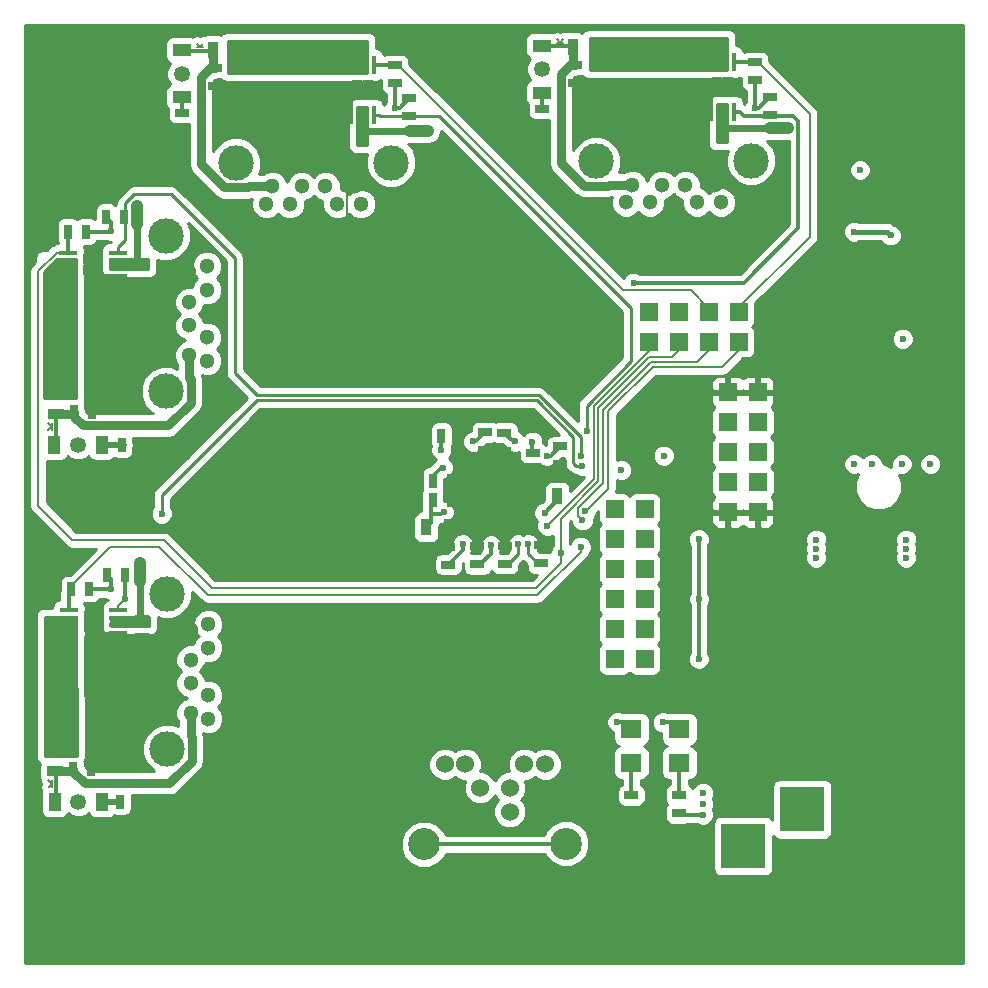
<source format=gbr>
G04 #@! TF.GenerationSoftware,KiCad,Pcbnew,(2017-08-08 revision 53204e097)-makepkg*
G04 #@! TF.CreationDate,2017-08-23T13:37:33+02:00*
G04 #@! TF.ProjectId,usbhub01a,7573626875623031612E6B696361645F,rev?*
G04 #@! TF.SameCoordinates,Original*
G04 #@! TF.FileFunction,Copper,L1,Top,Signal*
G04 #@! TF.FilePolarity,Positive*
%FSLAX46Y46*%
G04 Gerber Fmt 4.6, Leading zero omitted, Abs format (unit mm)*
G04 Created by KiCad (PCBNEW (2017-08-08 revision 53204e097)-makepkg) date 08/23/17 13:37:33*
%MOMM*%
%LPD*%
G01*
G04 APERTURE LIST*
%ADD10C,0.150000*%
%ADD11R,1.800860X1.597660*%
%ADD12R,3.810000X3.810000*%
%ADD13C,1.524000*%
%ADD14C,2.700020*%
%ADD15R,0.889000X1.397000*%
%ADD16R,2.550160X2.700020*%
%ADD17R,2.550160X2.499360*%
%ADD18R,2.700020X2.550160*%
%ADD19R,2.499360X2.550160*%
%ADD20R,1.050000X1.500000*%
%ADD21C,1.350000*%
%ADD22R,1.500000X1.050000*%
%ADD23R,1.524000X1.524000*%
%ADD24R,1.397000X0.889000*%
%ADD25C,6.000000*%
%ADD26R,1.550000X0.420000*%
%ADD27R,0.840000X0.940000*%
%ADD28R,0.420000X1.550000*%
%ADD29R,0.940000X0.840000*%
%ADD30C,1.300000*%
%ADD31C,2.999740*%
%ADD32R,0.635000X1.143000*%
%ADD33R,1.143000X0.635000*%
%ADD34C,0.600000*%
%ADD35C,0.300000*%
%ADD36C,0.250000*%
%ADD37C,0.200000*%
%ADD38C,0.500000*%
%ADD39C,0.600000*%
%ADD40C,1.000000*%
%ADD41C,0.800000*%
%ADD42C,0.400000*%
%ADD43C,0.254000*%
G04 APERTURE END LIST*
D10*
X109926120Y-126141780D02*
X109606080Y-125836980D01*
X109888020Y-126126540D02*
X109613700Y-126398320D01*
X109918500Y-126398320D02*
X109923580Y-125829360D01*
X109894120Y-95902780D02*
X109574080Y-95597980D01*
X109856020Y-95887540D02*
X109581700Y-96159320D01*
X109886500Y-96159320D02*
X109891580Y-95590360D01*
X122397220Y-63790968D02*
X122702020Y-63470928D01*
X122412460Y-63752868D02*
X122140680Y-63478548D01*
X122140680Y-63783348D02*
X122709640Y-63788428D01*
X152890220Y-63412120D02*
X153195020Y-63092080D01*
X152905460Y-63374020D02*
X152633680Y-63099700D01*
X152633680Y-63404500D02*
X153202640Y-63409580D01*
D11*
X163013206Y-121502880D03*
X163013206Y-124342600D03*
X158956074Y-124335522D03*
X158956074Y-121495802D03*
D12*
X173431200Y-134495400D03*
X173431200Y-128295400D03*
X168431200Y-131395400D03*
D13*
X151666000Y-124481000D03*
X149896000Y-124481000D03*
X147396000Y-124481000D03*
X144896000Y-124481000D03*
X143166000Y-124481000D03*
X148646000Y-126481000D03*
X146146000Y-126481000D03*
X146146000Y-128481000D03*
X148646000Y-128481000D03*
D14*
X153416000Y-131191000D03*
X141396720Y-131255500D03*
D15*
X141592300Y-104419400D03*
X143497300Y-104419400D03*
D16*
X116913883Y-120066011D03*
X110563883Y-120066011D03*
X116992400Y-89789000D03*
X110642400Y-89789000D03*
D17*
X115755643Y-116002011D03*
X110706123Y-116002011D03*
X115808760Y-85725000D03*
X110759240Y-85725000D03*
D18*
X128524000Y-70993000D03*
X128524000Y-64643000D03*
X159004000Y-70739000D03*
X159004000Y-64389000D03*
D19*
X132588000Y-69834760D03*
X132588000Y-64785240D03*
X163068000Y-69580760D03*
X163068000Y-64531240D03*
D20*
X114141000Y-127648000D03*
X110141000Y-127648000D03*
D21*
X112141000Y-127648000D03*
D20*
X114109000Y-97409000D03*
X110109000Y-97409000D03*
D21*
X112109000Y-97409000D03*
D22*
X120891000Y-68005848D03*
X120891000Y-64005848D03*
D21*
X120891000Y-66005848D03*
D22*
X151384000Y-67627000D03*
X151384000Y-63627000D03*
D21*
X151384000Y-65627000D03*
D23*
X169672000Y-103124000D03*
X167132000Y-103124000D03*
X169672000Y-100584000D03*
X167132000Y-100584000D03*
X169672000Y-98044000D03*
X167132000Y-98044000D03*
X169672000Y-95504000D03*
X167132000Y-95504000D03*
X169672000Y-92964000D03*
X167132000Y-92964000D03*
D24*
X110182883Y-125082511D03*
X110182883Y-123177511D03*
X110236000Y-94805500D03*
X110236000Y-92900500D03*
D15*
X153987500Y-63754000D03*
X155892500Y-63754000D03*
X123507500Y-64008000D03*
X125412500Y-64008000D03*
D25*
X182880000Y-66040000D03*
X182880000Y-137160000D03*
X111760000Y-66040000D03*
X111760000Y-137160000D03*
D26*
X115531935Y-113362607D03*
X115531935Y-112712607D03*
X115531935Y-112062607D03*
X115531935Y-111412607D03*
X111321935Y-111412607D03*
X111321935Y-112062607D03*
X111321935Y-112712607D03*
X111321935Y-113362607D03*
D27*
X113006935Y-111917607D03*
X113006935Y-112857607D03*
X113846935Y-111917607D03*
X113846935Y-112857607D03*
D26*
X115478800Y-83106000D03*
X115478800Y-82456000D03*
X115478800Y-81806000D03*
X115478800Y-81156000D03*
X111268800Y-81156000D03*
X111268800Y-81806000D03*
X111268800Y-82456000D03*
X111268800Y-83106000D03*
D27*
X112953800Y-81661000D03*
X112953800Y-82601000D03*
X113793800Y-81661000D03*
X113793800Y-82601000D03*
D28*
X135207000Y-69488000D03*
X135857000Y-69488000D03*
X136507000Y-69488000D03*
X137157000Y-69488000D03*
X137157000Y-65278000D03*
X136507000Y-65278000D03*
X135857000Y-65278000D03*
X135207000Y-65278000D03*
D29*
X136652000Y-66963000D03*
X135712000Y-66963000D03*
X136652000Y-67803000D03*
X135712000Y-67803000D03*
D28*
X165687000Y-69249000D03*
X166337000Y-69249000D03*
X166987000Y-69249000D03*
X167637000Y-69249000D03*
X167637000Y-65039000D03*
X166987000Y-65039000D03*
X166337000Y-65039000D03*
X165687000Y-65039000D03*
D29*
X167132000Y-66724000D03*
X166192000Y-66724000D03*
X167132000Y-67564000D03*
X166192000Y-67564000D03*
D30*
X123134000Y-120620000D03*
X123134000Y-118620000D03*
X123134000Y-116620000D03*
X123134000Y-114620000D03*
X123134000Y-112620000D03*
X121634000Y-120120000D03*
D31*
X119634000Y-110050000D03*
X119634000Y-123190000D03*
D30*
X121634000Y-113120000D03*
X121634000Y-115620000D03*
X121634000Y-117620000D03*
X123032400Y-90317800D03*
X123032400Y-88317800D03*
X123032400Y-86317800D03*
X123032400Y-84317800D03*
X123032400Y-82317800D03*
X121532400Y-89817800D03*
D31*
X119532400Y-79747800D03*
X119532400Y-92887800D03*
D30*
X121532400Y-82817800D03*
X121532400Y-85317800D03*
X121532400Y-87317800D03*
X158526000Y-76906000D03*
X160526000Y-76906000D03*
X162526000Y-76906000D03*
X164526000Y-76906000D03*
X166526000Y-76906000D03*
X159026000Y-75406000D03*
D31*
X169096000Y-73406000D03*
X155956000Y-73406000D03*
D30*
X166026000Y-75406000D03*
X163526000Y-75406000D03*
X161526000Y-75406000D03*
X128046000Y-77033000D03*
X130046000Y-77033000D03*
X132046000Y-77033000D03*
X134046000Y-77033000D03*
X136046000Y-77033000D03*
X128546000Y-75533000D03*
D31*
X138616000Y-73533000D03*
X125476000Y-73533000D03*
D30*
X135546000Y-75533000D03*
X133046000Y-75533000D03*
X131046000Y-75533000D03*
D32*
X143662400Y-102082600D03*
X142138400Y-102082600D03*
D33*
X148259800Y-105994200D03*
X148259800Y-107518200D03*
X148183600Y-97917000D03*
X148183600Y-96393000D03*
X146558000Y-96367600D03*
X146558000Y-97891600D03*
D32*
X142875000Y-96672400D03*
X144399000Y-96672400D03*
X143687800Y-100457000D03*
X142163800Y-100457000D03*
D33*
X150622000Y-98120200D03*
X150622000Y-99644200D03*
X143459200Y-106045000D03*
X143459200Y-107569000D03*
X145923000Y-106032300D03*
X145923000Y-107556300D03*
X152933400Y-97561400D03*
X152933400Y-99085400D03*
X151307800Y-107467400D03*
X151307800Y-105943400D03*
X117528135Y-113716011D03*
X117528135Y-112192011D03*
X117602000Y-82169000D03*
X117602000Y-83693000D03*
D32*
X111706883Y-123114011D03*
X113230883Y-123114011D03*
X113284000Y-92837000D03*
X111760000Y-92837000D03*
X136144000Y-71628000D03*
X134620000Y-71628000D03*
X166624000Y-71374000D03*
X165100000Y-71374000D03*
D33*
X125476000Y-67056000D03*
X125476000Y-65532000D03*
X155956000Y-66802000D03*
X155956000Y-65278000D03*
D32*
X111706883Y-124892011D03*
X113230883Y-124892011D03*
X111760000Y-94615000D03*
X113284000Y-94615000D03*
D33*
X154178000Y-65278000D03*
X154178000Y-66802000D03*
X123698000Y-65532000D03*
X123698000Y-67056000D03*
X170688000Y-68021200D03*
X170688000Y-69545200D03*
X140157200Y-68072000D03*
X140157200Y-69596000D03*
D32*
X116027200Y-78130400D03*
X114503200Y-78130400D03*
X114554000Y-108458000D03*
X116078000Y-108458000D03*
X113032335Y-109642303D03*
X111508335Y-109642303D03*
X111252000Y-79375000D03*
X112776000Y-79375000D03*
X117221000Y-127635000D03*
X115697000Y-127635000D03*
X115824000Y-97409000D03*
X117348000Y-97409000D03*
D33*
X138938000Y-65278000D03*
X138938000Y-66802000D03*
X169418000Y-65024000D03*
X169418000Y-66548000D03*
X120904000Y-69342000D03*
X120904000Y-70866000D03*
X151384000Y-68961000D03*
X151384000Y-70485000D03*
X158953200Y-127106662D03*
X158953200Y-128630662D03*
D15*
X152692100Y-101803200D03*
X150787100Y-101803200D03*
D23*
X168046400Y-86156800D03*
X168046400Y-88696800D03*
X165506400Y-86156800D03*
X165506400Y-88696800D03*
X162966400Y-86156800D03*
X162966400Y-88696800D03*
X160426400Y-86156800D03*
X160426400Y-88696800D03*
X157530800Y-102870000D03*
X160070800Y-102870000D03*
X157530800Y-105410000D03*
X160070800Y-105410000D03*
X157530800Y-107950000D03*
X160070800Y-107950000D03*
X157530800Y-110490000D03*
X160070800Y-110490000D03*
X157530800Y-113030000D03*
X160070800Y-113030000D03*
X157530800Y-115570000D03*
X160070800Y-115570000D03*
D33*
X162991800Y-128625600D03*
X162991800Y-127101600D03*
D34*
X158112257Y-99567219D03*
X144678400Y-105841798D03*
X149377400Y-105867200D03*
X151604303Y-103184046D03*
X142865800Y-97850000D03*
X151790400Y-98350000D03*
X185826400Y-83083400D03*
X161170383Y-126887767D03*
X161158751Y-128772183D03*
X159700279Y-130507993D03*
X161620200Y-130530600D03*
X158343600Y-135356602D03*
X152857200Y-90576400D03*
X131826000Y-99009202D03*
X151892006Y-96570800D03*
X131724400Y-105003600D03*
X142214075Y-80417696D03*
X143289827Y-64368409D03*
X144766291Y-88807594D03*
X139095894Y-112122354D03*
X141393400Y-115450722D03*
X178409600Y-105460800D03*
X159258000Y-117348000D03*
X149352000Y-103632000D03*
X148336000Y-103632000D03*
X147320000Y-103632000D03*
X146304000Y-103632008D03*
X145288000Y-103631976D03*
X145287984Y-102616000D03*
X146304024Y-102616000D03*
X147320000Y-101600006D03*
X146304000Y-101663508D03*
X149352000Y-102616000D03*
X148335976Y-102616000D03*
X147320000Y-102616000D03*
X186041865Y-106148277D03*
X178409600Y-106984802D03*
X165483466Y-99423182D03*
X165481000Y-101803200D03*
X165197090Y-140036784D03*
X178409600Y-106172000D03*
X164506768Y-95321494D03*
X167132000Y-66724000D03*
X166192000Y-66724000D03*
X167132000Y-67564000D03*
X166192000Y-67564000D03*
X135712000Y-67803000D03*
X136652000Y-67803000D03*
X135712000Y-66963000D03*
X136652000Y-66963000D03*
X113793800Y-81661000D03*
X112953800Y-81661000D03*
X112953800Y-82601000D03*
X113793800Y-82601000D03*
X113846935Y-112857607D03*
X113006935Y-112857607D03*
X113846935Y-111917607D03*
X113006935Y-111917607D03*
X181457600Y-121208800D03*
X178282600Y-121208800D03*
X181457600Y-123748800D03*
X175107600Y-123748800D03*
X175107600Y-121208800D03*
X181457600Y-118668800D03*
X181457600Y-116128800D03*
X175107600Y-118668800D03*
X175107600Y-116128800D03*
X178282600Y-123748808D03*
X178282600Y-118668800D03*
X178282600Y-116128800D03*
X177174797Y-83141323D03*
X185420000Y-94996000D03*
X181431500Y-96341500D03*
X179756500Y-96341500D03*
X181431500Y-94666500D03*
X179756500Y-94666500D03*
X141492327Y-108646297D03*
X150692362Y-75186567D03*
X150697931Y-73387792D03*
X150692362Y-71622431D03*
X120188551Y-71773020D03*
X120187716Y-75315538D03*
X120175096Y-73529748D03*
X121310400Y-98467967D03*
X119514925Y-98470707D03*
X117647060Y-98475533D03*
X121377447Y-128637691D03*
X119598920Y-128648635D03*
X117776615Y-128654108D03*
X135735981Y-133241425D03*
X135731625Y-131222624D03*
X135727270Y-129193110D03*
X149352000Y-99631500D03*
X148336000Y-99631500D03*
X147320000Y-99631498D03*
X146304000Y-99631500D03*
X145298321Y-99616649D03*
X146304000Y-100520500D03*
X149352000Y-101663500D03*
X148336000Y-101663500D03*
X145288000Y-101663500D03*
X148336000Y-100520500D03*
X147320000Y-100520504D03*
X149351994Y-100520500D03*
X151384000Y-112014000D03*
X145288000Y-100520506D03*
X176276000Y-91821000D03*
X143052800Y-103124000D03*
X147066000Y-105948011D03*
X150228151Y-105857348D03*
X150571200Y-97155012D03*
X149085132Y-97147483D03*
X145575544Y-97147483D03*
X181927500Y-88455500D03*
X143002000Y-99364800D03*
X161696400Y-98348800D03*
X164678383Y-110506318D03*
X164669506Y-115557613D03*
X182219600Y-106984800D03*
X182219600Y-105460800D03*
X182219600Y-106222800D03*
X169418000Y-68884804D03*
X138938000Y-68884798D03*
X184277000Y-99059992D03*
X164668200Y-105410000D03*
X177800000Y-99060000D03*
X179324000Y-99060000D03*
X181864000Y-99060000D03*
X114935000Y-79311500D03*
X114935000Y-109664500D03*
X178308000Y-74168000D03*
X165023800Y-126873000D03*
X165023796Y-127863600D03*
X165023798Y-128778000D03*
X174599600Y-105460800D03*
X174599600Y-106222800D03*
X174599607Y-106984793D03*
X171450000Y-70612000D03*
X172212000Y-70612006D03*
X170688024Y-70612000D03*
X117348000Y-108965976D03*
X117348006Y-107442000D03*
X117348000Y-108204000D03*
X140208024Y-70866000D03*
X141732000Y-70866006D03*
X140970000Y-70866000D03*
X117094000Y-77978000D03*
X117094006Y-77216000D03*
X117094000Y-78739976D03*
X157751012Y-120891120D03*
X154663957Y-106064270D03*
X154818146Y-103829646D03*
X155068767Y-103069904D03*
X151831200Y-104299568D03*
X159156402Y-83718400D03*
X155171957Y-96266000D03*
X154676010Y-98348800D03*
X154766040Y-99225000D03*
X180902886Y-79701114D03*
X177799996Y-79375000D03*
X153021473Y-106566525D03*
X119189500Y-103251000D03*
X116078000Y-110490000D03*
X161613242Y-120931067D03*
D35*
X151790400Y-98350000D02*
X152144800Y-98350000D01*
X152144800Y-98350000D02*
X152933400Y-97561400D01*
X142875000Y-96672400D02*
X142875000Y-97840800D01*
X143459200Y-107569000D02*
X144678400Y-106349800D01*
X144678400Y-106349800D02*
X144678400Y-105841798D01*
D36*
X144678400Y-105943400D02*
X144678400Y-105841798D01*
X148259800Y-107518200D02*
X148513800Y-107518200D01*
X149377400Y-106291464D02*
X149377400Y-105867200D01*
X149377400Y-106654600D02*
X149377400Y-106291464D01*
X148513800Y-107518200D02*
X149377400Y-106654600D01*
D35*
X152692100Y-101803200D02*
X152692100Y-102096249D01*
X152692100Y-102096249D02*
X151604303Y-103184046D01*
X142875000Y-97840800D02*
X142865800Y-97850000D01*
D37*
X150692362Y-71622431D02*
X150543849Y-71622431D01*
X150543849Y-71622431D02*
X143629142Y-64707724D01*
X143629142Y-64707724D02*
X143289827Y-64368409D01*
D35*
X161620200Y-130530600D02*
X159722886Y-130530600D01*
X159722886Y-130530600D02*
X159700279Y-130507993D01*
D37*
X152432936Y-90576400D02*
X152857200Y-90576400D01*
X146535097Y-90576400D02*
X152432936Y-90576400D01*
X144766291Y-88807594D02*
X146535097Y-90576400D01*
X144399000Y-96418400D02*
X143078200Y-95097600D01*
X143078200Y-95097600D02*
X135737602Y-95097600D01*
X135737602Y-95097600D02*
X132125999Y-98709203D01*
X132125999Y-98709203D02*
X131826000Y-99009202D01*
X144399000Y-96418400D02*
X145618200Y-95199200D01*
X145618200Y-95199200D02*
X150520406Y-95199200D01*
X150520406Y-95199200D02*
X151592007Y-96270801D01*
X151592007Y-96270801D02*
X151892006Y-96570800D01*
X144766291Y-88807594D02*
X144766291Y-82969912D01*
X144766291Y-82969912D02*
X142214075Y-80417696D01*
X144399000Y-96418400D02*
X144399000Y-96672400D01*
X137849630Y-105003600D02*
X132148664Y-105003600D01*
X132148664Y-105003600D02*
X131724400Y-105003600D01*
X141492327Y-108646297D02*
X137849630Y-105003600D01*
X144399000Y-96672400D02*
X144399000Y-97104200D01*
X135546000Y-75533000D02*
X134896001Y-76182999D01*
X134896001Y-76182999D02*
X134896001Y-78937304D01*
X134896001Y-78937304D02*
X144766291Y-88807594D01*
D35*
X148336000Y-103632000D02*
X149352000Y-103632000D01*
X147320000Y-103632000D02*
X148336000Y-103632000D01*
X147319992Y-103632008D02*
X147320000Y-103632000D01*
X146304000Y-103632008D02*
X147319992Y-103632008D01*
X146303968Y-103631976D02*
X146304000Y-103632008D01*
X145288000Y-103631976D02*
X146303968Y-103631976D01*
X145287984Y-103631960D02*
X145288000Y-103631976D01*
X145287984Y-102616000D02*
X145287984Y-103631960D01*
X146304024Y-102616000D02*
X145287984Y-102616000D01*
X147320000Y-102616000D02*
X146304024Y-102616000D01*
X148272494Y-101600006D02*
X147744264Y-101600006D01*
X148272500Y-101600000D02*
X148272494Y-101600006D01*
X148336000Y-101663500D02*
X147383494Y-101663500D01*
X147256498Y-101663508D02*
X147320000Y-101600006D01*
X146304000Y-101663508D02*
X147256498Y-101663508D01*
X147383494Y-101663500D02*
X147320000Y-101600006D01*
X147744264Y-101600006D02*
X147320000Y-101600006D01*
X147320000Y-102616000D02*
X147320000Y-101600006D01*
X147256492Y-102616000D02*
X147320000Y-102616000D01*
X146177000Y-101574600D02*
X146304000Y-101447600D01*
X147320000Y-102616000D02*
X149352000Y-102616000D01*
X147320000Y-102616000D02*
X148335976Y-102616000D01*
X147383500Y-102616000D02*
X147320000Y-102616000D01*
X165481000Y-101803200D02*
X165481000Y-99425648D01*
X165481000Y-99425648D02*
X165483466Y-99423182D01*
X149352000Y-99631500D02*
X149352000Y-100520494D01*
X149352000Y-100520494D02*
X149351994Y-100520500D01*
X148336000Y-99631500D02*
X149352000Y-99631500D01*
X147320000Y-99631498D02*
X148335998Y-99631498D01*
X148335998Y-99631498D02*
X148336000Y-99631500D01*
X146304000Y-99631500D02*
X147319998Y-99631500D01*
X147319998Y-99631500D02*
X147320000Y-99631498D01*
X145298321Y-99616649D02*
X146289149Y-99616649D01*
X146289149Y-99616649D02*
X146304000Y-99631500D01*
X148209004Y-99631500D02*
X148336000Y-99631500D01*
X147193000Y-100500264D02*
X147320000Y-100373264D01*
X146430996Y-99631500D02*
X146304000Y-99631500D01*
X146304000Y-101663508D02*
X145288008Y-101663508D01*
X145288008Y-101663508D02*
X145288000Y-101663500D01*
X149352000Y-101663500D02*
X148336000Y-101663500D01*
X146304000Y-100520500D02*
X146304000Y-101663508D01*
X148336000Y-101536504D02*
X148336000Y-101663500D01*
X148335996Y-100520504D02*
X148336000Y-100520500D01*
X147320000Y-100520504D02*
X148335996Y-100520504D01*
X149351994Y-100520500D02*
X148336000Y-100520500D01*
X147319996Y-100520500D02*
X147320000Y-100520504D01*
X146304000Y-100520500D02*
X147319996Y-100520500D01*
X145288000Y-100520506D02*
X146303994Y-100520506D01*
X146303994Y-100520506D02*
X146304000Y-100520500D01*
X146304000Y-101447600D02*
X146304000Y-100944764D01*
X146304000Y-100944764D02*
X146304000Y-100520500D01*
X115478800Y-83106000D02*
X114298800Y-83106000D01*
X114298800Y-83106000D02*
X113793800Y-82601000D01*
X165687000Y-69249000D02*
X165687000Y-68069000D01*
X165687000Y-68069000D02*
X166192000Y-67564000D01*
X135207000Y-69488000D02*
X135207000Y-68308000D01*
X135207000Y-68308000D02*
X135712000Y-67803000D01*
D37*
X115531935Y-113362607D02*
X114351935Y-113362607D01*
X114351935Y-113362607D02*
X113846935Y-112857607D01*
D38*
X117208000Y-127648000D02*
X117221000Y-127635000D01*
D35*
X141960600Y-103301800D02*
X141986000Y-103327200D01*
X142849600Y-103327200D02*
X143052800Y-103124000D01*
X141986000Y-103327200D02*
X142849600Y-103327200D01*
X147071484Y-105836316D02*
X147066000Y-105841800D01*
X147066000Y-106667300D02*
X147066000Y-106372275D01*
X147066000Y-105841800D02*
X147066000Y-105948011D01*
X147066000Y-106372275D02*
X147066000Y-105948011D01*
X145923000Y-107556300D02*
X146177000Y-107556300D01*
X146177000Y-107556300D02*
X147066000Y-106667300D01*
X141960600Y-102260400D02*
X141960600Y-103301800D01*
X141960600Y-103301800D02*
X141960600Y-104051100D01*
X142138400Y-102082600D02*
X141960600Y-102260400D01*
X141960600Y-104051100D02*
X141592300Y-104419400D01*
D36*
X151307800Y-107467400D02*
X151053800Y-107467400D01*
X150228151Y-106641751D02*
X150228151Y-106281612D01*
X150228151Y-106281612D02*
X150228151Y-105857348D01*
X151053800Y-107467400D02*
X150228151Y-106641751D01*
D35*
X150571200Y-97155012D02*
X150571200Y-98069400D01*
X150571200Y-98069400D02*
X150520400Y-98120200D01*
X143002000Y-99364800D02*
X142798800Y-99364800D01*
X142798800Y-99364800D02*
X142214600Y-99949000D01*
X142214600Y-99949000D02*
X142214600Y-100482400D01*
X145575544Y-97147483D02*
X145778117Y-97147483D01*
X145778117Y-97147483D02*
X146558000Y-96367600D01*
X149085132Y-97147483D02*
X148938083Y-97147483D01*
X148938083Y-97147483D02*
X148183600Y-96393000D01*
X142976600Y-99339400D02*
X143002000Y-99364800D01*
X114935000Y-109664500D02*
X114909600Y-109639100D01*
X114909600Y-109639100D02*
X114909600Y-108813600D01*
X114909600Y-108813600D02*
X114554000Y-108458000D01*
X114935000Y-79311500D02*
X114909600Y-79286100D01*
X114909600Y-79286100D02*
X114909600Y-78536800D01*
X114909600Y-78536800D02*
X114503200Y-78130400D01*
X138938000Y-68884798D02*
X139344402Y-68884798D01*
X139344402Y-68884798D02*
X140157200Y-68072000D01*
X169418000Y-68884804D02*
X169773596Y-68884804D01*
X169773596Y-68884804D02*
X170637200Y-68021200D01*
X170637200Y-68021200D02*
X170688000Y-68021200D01*
X169418000Y-66548000D02*
X169418000Y-68021200D01*
X169418000Y-68021200D02*
X169418000Y-68884804D01*
X138938000Y-66802000D02*
X138938000Y-68072000D01*
X138938000Y-68072000D02*
X138938000Y-68326000D01*
X114896900Y-79349600D02*
X114935000Y-79311500D01*
X164678383Y-110506318D02*
X164678383Y-105420183D01*
X164678383Y-105420183D02*
X164668200Y-105410000D01*
X164669506Y-115557613D02*
X164669506Y-110515195D01*
X164669506Y-110515195D02*
X164678383Y-110506318D01*
X138938000Y-68326000D02*
X138938000Y-68884798D01*
X114871500Y-79375000D02*
X114935000Y-79311500D01*
X112776000Y-79375000D02*
X114871500Y-79375000D01*
X114935000Y-109664500D02*
X113054532Y-109664500D01*
X113054532Y-109664500D02*
X113032335Y-109642303D01*
X162991800Y-128625600D02*
X163144200Y-128778000D01*
X163144200Y-128778000D02*
X165023798Y-128778000D01*
D39*
X117094000Y-77216000D02*
X117094000Y-81661000D01*
X117094000Y-81661000D02*
X117348000Y-81915000D01*
X117348000Y-81915000D02*
X117602000Y-82169000D01*
X117348000Y-107442000D02*
X117348000Y-112011876D01*
X117348000Y-112011876D02*
X117528135Y-112192011D01*
X170688000Y-70612000D02*
X166751000Y-70612000D01*
X166751000Y-70612000D02*
X166687500Y-70675500D01*
X166687500Y-70675500D02*
X166687500Y-71310500D01*
X166687500Y-71310500D02*
X166624000Y-71374000D01*
D40*
X171450000Y-70612000D02*
X172211994Y-70612000D01*
X171450000Y-70612000D02*
X170688024Y-70612000D01*
X172211994Y-70612000D02*
X172212000Y-70612006D01*
X117348000Y-107442006D02*
X117348006Y-107442000D01*
X117348000Y-108204000D02*
X117348000Y-108965976D01*
X117348000Y-108204000D02*
X117348000Y-107442006D01*
X141731994Y-70866000D02*
X141732000Y-70866006D01*
X140970000Y-70866000D02*
X140208024Y-70866000D01*
X140970000Y-70866000D02*
X141731994Y-70866000D01*
X117094000Y-77216006D02*
X117094006Y-77216000D01*
X117094000Y-77978000D02*
X117094000Y-78739976D01*
X117094000Y-77978000D02*
X117094000Y-77216006D01*
D39*
X136652000Y-70866000D02*
X136398000Y-71120000D01*
X140208000Y-70866000D02*
X136652000Y-70866000D01*
X136398000Y-71120000D02*
X136398000Y-71374000D01*
X136398000Y-71374000D02*
X136144000Y-71628000D01*
D35*
X141396720Y-131255500D02*
X153351500Y-131255500D01*
X153351500Y-131255500D02*
X153416000Y-131191000D01*
X158956074Y-120915662D02*
X157775554Y-120915662D01*
X157775554Y-120915662D02*
X157751012Y-120891120D01*
D37*
X151831200Y-104299568D02*
X155771967Y-100358801D01*
X155771967Y-100358801D02*
X155771967Y-94110033D01*
X155771967Y-94110033D02*
X160251633Y-89630367D01*
X160251633Y-89630367D02*
X160401000Y-89481000D01*
X154663957Y-106488534D02*
X154663957Y-106064270D01*
X151004402Y-110148089D02*
X154663957Y-106488534D01*
X123102089Y-110148089D02*
X151004402Y-110148089D01*
X114851638Y-106045000D02*
X118999000Y-106045000D01*
X111508335Y-109642303D02*
X111508335Y-109388303D01*
X111508335Y-109388303D02*
X114851638Y-106045000D01*
X118999000Y-106045000D02*
X123102089Y-110148089D01*
D36*
X160401000Y-89481000D02*
X160401000Y-88722200D01*
X160401000Y-88722200D02*
X160426400Y-88696800D01*
D37*
X153021473Y-106566525D02*
X153021473Y-103674995D01*
X162391622Y-90030378D02*
X162941000Y-89481000D01*
X156171978Y-94275722D02*
X160417322Y-90030378D01*
X153021473Y-103674995D02*
X156171978Y-100524490D01*
X156171978Y-100524490D02*
X156171978Y-94275722D01*
X160417322Y-90030378D02*
X162391622Y-90030378D01*
X162941000Y-89481000D02*
X162941000Y-88519000D01*
X154468766Y-103480266D02*
X154518147Y-103529647D01*
X154468766Y-102793402D02*
X154468766Y-103480266D01*
X156571989Y-100690179D02*
X154468766Y-102793402D01*
X160583011Y-90430389D02*
X156571989Y-94441411D01*
X165481000Y-88519000D02*
X165481000Y-89481000D01*
X164531611Y-90430389D02*
X160583011Y-90430389D01*
X165481000Y-89481000D02*
X164531611Y-90430389D01*
X156571989Y-94441411D02*
X156571989Y-100690179D01*
X154518147Y-103529647D02*
X154818146Y-103829646D01*
D35*
X168483602Y-69585602D02*
X171551600Y-69585602D01*
X171551600Y-69585602D02*
X172641690Y-69585602D01*
D36*
X170688000Y-69545200D02*
X171511198Y-69545200D01*
X171511198Y-69545200D02*
X171551600Y-69585602D01*
X137715001Y-69586001D02*
X139344400Y-69586001D01*
X139344400Y-69586001D02*
X142674501Y-69586001D01*
X140157200Y-69596000D02*
X139354399Y-69596000D01*
X139354399Y-69596000D02*
X139344400Y-69586001D01*
X137157000Y-69488000D02*
X137617000Y-69488000D01*
X158953200Y-90327744D02*
X155171957Y-94108987D01*
X137617000Y-69488000D02*
X137715001Y-69586001D01*
X142674501Y-69586001D02*
X158953200Y-85864700D01*
X158953200Y-85864700D02*
X158953200Y-90327744D01*
X155171957Y-94108987D02*
X155171957Y-95841736D01*
X155171957Y-95841736D02*
X155171957Y-96266000D01*
X116078000Y-77571600D02*
X116078000Y-76962000D01*
X116840000Y-76200000D02*
X119989600Y-76200000D01*
X116078000Y-76962000D02*
X116840000Y-76200000D01*
X125374400Y-91338400D02*
X127254001Y-93218001D01*
X119989600Y-76200000D02*
X125374400Y-81584800D01*
X125374400Y-81584800D02*
X125374400Y-91338400D01*
X127254001Y-93218001D02*
X151131411Y-93218001D01*
X151131411Y-93218001D02*
X154676010Y-96762600D01*
X154676010Y-97924536D02*
X154676010Y-98348800D01*
X154676010Y-96762600D02*
X154676010Y-97924536D01*
X116078000Y-80096800D02*
X116078000Y-77571600D01*
X116027200Y-78130400D02*
X116027200Y-77622400D01*
X116027200Y-77622400D02*
X116078000Y-77571600D01*
X115478800Y-81156000D02*
X115478800Y-80696000D01*
X115478800Y-80696000D02*
X116078000Y-80096800D01*
D35*
X116078000Y-108458000D02*
X116078000Y-110490000D01*
D37*
X156972000Y-94607100D02*
X156972000Y-101166671D01*
X168021000Y-88671400D02*
X168021000Y-89481000D01*
X166671600Y-90830400D02*
X160748700Y-90830400D01*
X168021000Y-89481000D02*
X166671600Y-90830400D01*
X160748700Y-90830400D02*
X156972000Y-94607100D01*
X156972000Y-101166671D02*
X155368766Y-102769905D01*
X155368766Y-102769905D02*
X155068767Y-103069904D01*
D41*
X111706883Y-124892011D02*
X111706883Y-125118083D01*
X111706883Y-125118083D02*
X112674400Y-126085600D01*
X121634000Y-121039238D02*
X121634000Y-120120000D01*
X112674400Y-126085600D02*
X119846210Y-126085600D01*
X119846210Y-126085600D02*
X121733871Y-124197939D01*
X121634000Y-122082190D02*
X121634000Y-121039238D01*
X121733871Y-124197939D02*
X121733871Y-122182061D01*
X121733871Y-122182061D02*
X121634000Y-122082190D01*
X110182883Y-125082511D02*
X111516383Y-125082511D01*
X111516383Y-125082511D02*
X111706883Y-124892011D01*
D35*
X110182883Y-125082511D02*
X110236000Y-125135628D01*
X110236000Y-125135628D02*
X110236000Y-127553000D01*
X110236000Y-127553000D02*
X110141000Y-127648000D01*
D38*
X111706883Y-125146011D02*
X111706883Y-124892011D01*
D39*
X153254780Y-131191000D02*
X153319280Y-131255500D01*
D41*
X111760000Y-94615000D02*
X111760000Y-95060002D01*
X111760000Y-95060002D02*
X112486499Y-95786501D01*
X112486499Y-95786501D02*
X119741509Y-95786501D01*
X119741509Y-95786501D02*
X121632271Y-93895739D01*
X121632271Y-93895739D02*
X121632271Y-91879861D01*
X121632271Y-91879861D02*
X121532400Y-91779990D01*
X121532400Y-90737038D02*
X121532400Y-89817800D01*
X121532400Y-91779990D02*
X121532400Y-90737038D01*
X110236000Y-94805500D02*
X111569500Y-94805500D01*
X111569500Y-94805500D02*
X111760000Y-94615000D01*
D35*
X110236000Y-94805500D02*
X110236000Y-97282000D01*
X110236000Y-97282000D02*
X110109000Y-97409000D01*
D38*
X111760000Y-94615000D02*
X111760000Y-94869000D01*
X121564400Y-89849800D02*
X121532400Y-89817800D01*
D41*
X154178000Y-65278000D02*
X153732998Y-65278000D01*
X153732998Y-65278000D02*
X153006499Y-66004499D01*
X153006499Y-66004499D02*
X153006499Y-73564309D01*
X157063810Y-75406000D02*
X158106762Y-75406000D01*
X153006499Y-73564309D02*
X154948061Y-75505871D01*
X154948061Y-75505871D02*
X156963939Y-75505871D01*
X156963939Y-75505871D02*
X157063810Y-75406000D01*
X158106762Y-75406000D02*
X159026000Y-75406000D01*
X153987500Y-63754000D02*
X153987500Y-65087500D01*
X153987500Y-65087500D02*
X154178000Y-65278000D01*
D35*
X151384000Y-63627000D02*
X151460200Y-63703200D01*
X151460200Y-63703200D02*
X153936700Y-63703200D01*
X153936700Y-63703200D02*
X153987500Y-63754000D01*
D38*
X153924000Y-65278000D02*
X154178000Y-65278000D01*
D41*
X123698000Y-65532000D02*
X123252998Y-65532000D01*
X123252998Y-65532000D02*
X122526499Y-66258499D01*
X122526499Y-66258499D02*
X122526499Y-73691309D01*
X122526499Y-73691309D02*
X124468061Y-75632871D01*
X124468061Y-75632871D02*
X126483939Y-75632871D01*
X126483939Y-75632871D02*
X126583810Y-75533000D01*
X126583810Y-75533000D02*
X127626762Y-75533000D01*
X127626762Y-75533000D02*
X128546000Y-75533000D01*
X123507500Y-64008000D02*
X123507500Y-65341500D01*
X123507500Y-65341500D02*
X123698000Y-65532000D01*
D35*
X120891000Y-64005848D02*
X120994752Y-64109600D01*
X120994752Y-64109600D02*
X123405900Y-64109600D01*
X123405900Y-64109600D02*
X123507500Y-64008000D01*
D38*
X123698000Y-65532000D02*
X123444000Y-65532000D01*
X114141000Y-127648000D02*
X115684000Y-127648000D01*
X115824000Y-97409000D02*
X114460080Y-97409000D01*
X115984080Y-97409000D02*
X115919000Y-97343920D01*
D35*
X120904000Y-69342000D02*
X120904000Y-68018848D01*
X120904000Y-68018848D02*
X120891000Y-68005848D01*
X151384000Y-68961000D02*
X151384000Y-67627000D01*
X158956074Y-124915662D02*
X158956074Y-127008662D01*
D37*
X165481000Y-85826600D02*
X163972801Y-84318401D01*
X163972801Y-84318401D02*
X158232401Y-84318401D01*
X158232401Y-84318401D02*
X139192000Y-65278000D01*
X139192000Y-65278000D02*
X138938000Y-65278000D01*
X165481000Y-85979000D02*
X165481000Y-85826600D01*
D35*
X173101000Y-79070200D02*
X168452800Y-83718400D01*
X173101000Y-70044912D02*
X173101000Y-79070200D01*
X172641690Y-69585602D02*
X173101000Y-70044912D01*
X168452800Y-83718400D02*
X159580666Y-83718400D01*
X167637000Y-69249000D02*
X168147000Y-69249000D01*
X159580666Y-83718400D02*
X159156402Y-83718400D01*
X168147000Y-69249000D02*
X168483602Y-69585602D01*
D36*
X154051000Y-98994402D02*
X154281598Y-99225000D01*
X119189500Y-101714300D02*
X127235789Y-93668011D01*
X154341776Y-99225000D02*
X154766040Y-99225000D01*
X150945011Y-93668011D02*
X154051000Y-96774000D01*
X119189500Y-103251000D02*
X119189500Y-101714300D01*
X127235789Y-93668011D02*
X150945011Y-93668011D01*
X154051000Y-96774000D02*
X154051000Y-98994402D01*
X154281598Y-99225000D02*
X154341776Y-99225000D01*
D37*
X168021000Y-85979000D02*
X168021000Y-85826600D01*
X168021000Y-85826600D02*
X174053500Y-79794100D01*
X174053500Y-79794100D02*
X174053500Y-69405500D01*
X174053500Y-69405500D02*
X169672000Y-65024000D01*
X169672000Y-65024000D02*
X169418000Y-65024000D01*
D42*
X180602887Y-79401115D02*
X180902886Y-79701114D01*
X177799996Y-79375000D02*
X180576772Y-79375000D01*
X180576772Y-79375000D02*
X180602887Y-79401115D01*
D35*
X109928883Y-123177511D02*
X110182883Y-123177511D01*
X120891000Y-64005848D02*
X121116000Y-64005848D01*
X125412500Y-63754000D02*
X125412500Y-64008000D01*
X155892500Y-63500000D02*
X155892500Y-63754000D01*
X111321935Y-111412607D02*
X111321935Y-109828703D01*
X111321935Y-109828703D02*
X111508335Y-109642303D01*
D37*
X111321935Y-109646403D02*
X111317835Y-109642303D01*
X123418600Y-109575600D02*
X150876000Y-109575600D01*
X108712000Y-102616000D02*
X111613989Y-105517989D01*
X111613989Y-105517989D02*
X119360989Y-105517989D01*
X119360989Y-105517989D02*
X123418600Y-109575600D01*
X111268800Y-81156000D02*
X110293800Y-81156000D01*
X150876000Y-109575600D02*
X153021473Y-107430127D01*
X153021473Y-107430127D02*
X153021473Y-106990789D01*
X110293800Y-81156000D02*
X108712000Y-82737800D01*
X108712000Y-82737800D02*
X108712000Y-102616000D01*
X153021473Y-106990789D02*
X153021473Y-106566525D01*
D35*
X111252000Y-79375000D02*
X111252000Y-81139200D01*
X111252000Y-81139200D02*
X111268800Y-81156000D01*
X138938000Y-65278000D02*
X137157000Y-65278000D01*
D37*
X115531935Y-111412607D02*
X115531935Y-111036065D01*
X115531935Y-111036065D02*
X116078000Y-110490000D01*
D35*
X169418000Y-65024000D02*
X167652000Y-65024000D01*
X167652000Y-65024000D02*
X167637000Y-65039000D01*
X161613242Y-120931067D02*
X163004879Y-120931067D01*
X163004879Y-120931067D02*
X163013206Y-120922740D01*
X163013206Y-124922740D02*
X163013206Y-127080194D01*
D43*
G36*
X187021000Y-141301000D02*
X107619000Y-141301000D01*
X107619000Y-131648611D01*
X139411366Y-131648611D01*
X139712929Y-132378449D01*
X140270834Y-132937329D01*
X141000145Y-133240165D01*
X141789831Y-133240854D01*
X142519669Y-132939291D01*
X143078549Y-132381386D01*
X143220097Y-132040500D01*
X151619222Y-132040500D01*
X151732209Y-132313949D01*
X152290114Y-132872829D01*
X153019425Y-133175665D01*
X153809111Y-133176354D01*
X154538949Y-132874791D01*
X155097829Y-132316886D01*
X155400665Y-131587575D01*
X155401354Y-130797889D01*
X155099791Y-130068051D01*
X154541886Y-129509171D01*
X153812575Y-129206335D01*
X153022889Y-129205646D01*
X152293051Y-129507209D01*
X151734171Y-130065114D01*
X151565840Y-130470500D01*
X143220149Y-130470500D01*
X143080511Y-130132551D01*
X142522606Y-129573671D01*
X141793295Y-129270835D01*
X141003609Y-129270146D01*
X140273771Y-129571709D01*
X139714891Y-130129614D01*
X139412055Y-130858925D01*
X139411366Y-131648611D01*
X107619000Y-131648611D01*
X107619000Y-82737800D01*
X107977000Y-82737800D01*
X107977000Y-102616000D01*
X108029762Y-102881249D01*
X108032949Y-102897272D01*
X108192277Y-103135723D01*
X111094265Y-106037712D01*
X111255474Y-106145428D01*
X111332717Y-106197040D01*
X111613989Y-106252989D01*
X113604202Y-106252989D01*
X111433829Y-108423363D01*
X111190835Y-108423363D01*
X110943070Y-108472646D01*
X110733026Y-108612994D01*
X110592678Y-108823038D01*
X110543395Y-109070803D01*
X110543395Y-109796227D01*
X110540467Y-109810949D01*
X110536935Y-109828703D01*
X110536935Y-110557156D01*
X110299170Y-110604450D01*
X110089126Y-110744798D01*
X109948778Y-110954842D01*
X109899495Y-111202607D01*
X109899495Y-111220441D01*
X109166883Y-111220441D01*
X108923879Y-111268777D01*
X108717870Y-111406428D01*
X108580219Y-111612437D01*
X108531883Y-111855441D01*
X108531883Y-123876011D01*
X108580219Y-124119015D01*
X108717870Y-124325024D01*
X108877927Y-124431971D01*
X108836943Y-124638011D01*
X108836943Y-125527011D01*
X108886226Y-125774776D01*
X108905176Y-125803136D01*
X108896291Y-125854292D01*
X108956946Y-126124598D01*
X108958389Y-126126648D01*
X108903707Y-126395018D01*
X108956489Y-126666971D01*
X109001099Y-126734412D01*
X108968560Y-126898000D01*
X108968560Y-128398000D01*
X109017843Y-128645765D01*
X109158191Y-128855809D01*
X109368235Y-128996157D01*
X109616000Y-129045440D01*
X110666000Y-129045440D01*
X110913765Y-128996157D01*
X111123809Y-128855809D01*
X111264157Y-128645765D01*
X111267790Y-128627502D01*
X111397976Y-128757916D01*
X111879282Y-128957772D01*
X112400432Y-128958226D01*
X112882086Y-128759211D01*
X113014180Y-128627348D01*
X113017843Y-128645765D01*
X113158191Y-128855809D01*
X113368235Y-128996157D01*
X113616000Y-129045440D01*
X114666000Y-129045440D01*
X114913765Y-128996157D01*
X115123809Y-128855809D01*
X115154908Y-128809266D01*
X115379500Y-128853940D01*
X116014500Y-128853940D01*
X116262265Y-128804657D01*
X116472309Y-128664309D01*
X116612657Y-128454265D01*
X116661940Y-128206500D01*
X116661940Y-127120600D01*
X119846205Y-127120600D01*
X119846210Y-127120601D01*
X120242287Y-127041815D01*
X120578066Y-126817456D01*
X122465724Y-124929797D01*
X122465727Y-124929795D01*
X122580742Y-124757661D01*
X141768758Y-124757661D01*
X141980990Y-125271303D01*
X142373630Y-125664629D01*
X142886900Y-125877757D01*
X143442661Y-125878242D01*
X143956303Y-125666010D01*
X144030786Y-125591657D01*
X144103630Y-125664629D01*
X144616900Y-125877757D01*
X144883742Y-125877990D01*
X144749243Y-126201900D01*
X144748758Y-126757661D01*
X144960990Y-127271303D01*
X145353630Y-127664629D01*
X145866900Y-127877757D01*
X146422661Y-127878242D01*
X146936303Y-127666010D01*
X147329629Y-127273370D01*
X147395900Y-127113772D01*
X147460990Y-127271303D01*
X147670342Y-127481021D01*
X147462371Y-127688630D01*
X147249243Y-128201900D01*
X147248758Y-128757661D01*
X147460990Y-129271303D01*
X147853630Y-129664629D01*
X148366900Y-129877757D01*
X148922661Y-129878242D01*
X149436303Y-129666010D01*
X149829629Y-129273370D01*
X150042757Y-128760100D01*
X150043242Y-128204339D01*
X149831010Y-127690697D01*
X149621658Y-127480979D01*
X149829629Y-127273370D01*
X150042757Y-126760100D01*
X150043242Y-126204339D01*
X149908407Y-125878011D01*
X150172661Y-125878242D01*
X150686303Y-125666010D01*
X150780820Y-125571657D01*
X150873630Y-125664629D01*
X151386900Y-125877757D01*
X151942661Y-125878242D01*
X152456303Y-125666010D01*
X152849629Y-125273370D01*
X153062757Y-124760100D01*
X153063242Y-124204339D01*
X152851010Y-123690697D01*
X152458370Y-123297371D01*
X151945100Y-123084243D01*
X151389339Y-123083758D01*
X150875697Y-123295990D01*
X150781180Y-123390343D01*
X150688370Y-123297371D01*
X150175100Y-123084243D01*
X149619339Y-123083758D01*
X149105697Y-123295990D01*
X148712371Y-123688630D01*
X148499243Y-124201900D01*
X148498758Y-124757661D01*
X148633593Y-125083989D01*
X148369339Y-125083758D01*
X147855697Y-125295990D01*
X147462371Y-125688630D01*
X147396100Y-125848228D01*
X147331010Y-125690697D01*
X146938370Y-125297371D01*
X146425100Y-125084243D01*
X146158258Y-125084010D01*
X146292757Y-124760100D01*
X146293242Y-124204339D01*
X146081010Y-123690697D01*
X145688370Y-123297371D01*
X145175100Y-123084243D01*
X144619339Y-123083758D01*
X144105697Y-123295990D01*
X144031214Y-123370343D01*
X143958370Y-123297371D01*
X143445100Y-123084243D01*
X142889339Y-123083758D01*
X142375697Y-123295990D01*
X141982371Y-123688630D01*
X141769243Y-124201900D01*
X141768758Y-124757661D01*
X122580742Y-124757661D01*
X122690086Y-124594016D01*
X122698178Y-124553336D01*
X122768872Y-124197939D01*
X122768871Y-124197934D01*
X122768871Y-122182066D01*
X122768872Y-122182061D01*
X122698990Y-121830746D01*
X122877276Y-121904777D01*
X123388481Y-121905223D01*
X123860943Y-121710005D01*
X124222735Y-121348845D01*
X124335911Y-121076287D01*
X156815850Y-121076287D01*
X156957895Y-121420063D01*
X157220685Y-121683312D01*
X157408204Y-121761177D01*
X157408204Y-122294632D01*
X157457487Y-122542397D01*
X157597835Y-122752441D01*
X157807879Y-122892789D01*
X157922871Y-122915662D01*
X157807879Y-122938535D01*
X157597835Y-123078883D01*
X157457487Y-123288927D01*
X157408204Y-123536692D01*
X157408204Y-125134352D01*
X157457487Y-125382117D01*
X157597835Y-125592161D01*
X157807879Y-125732509D01*
X158055644Y-125781792D01*
X158171074Y-125781792D01*
X158171074Y-126183618D01*
X158133935Y-126191005D01*
X157923891Y-126331353D01*
X157783543Y-126541397D01*
X157734260Y-126789162D01*
X157734260Y-127424162D01*
X157783543Y-127671927D01*
X157923891Y-127881971D01*
X158133935Y-128022319D01*
X158381700Y-128071602D01*
X159524700Y-128071602D01*
X159772465Y-128022319D01*
X159982509Y-127881971D01*
X160122857Y-127671927D01*
X160172140Y-127424162D01*
X160172140Y-126789162D01*
X160122857Y-126541397D01*
X159982509Y-126331353D01*
X159772465Y-126191005D01*
X159741074Y-126184761D01*
X159741074Y-125781792D01*
X159856504Y-125781792D01*
X160104269Y-125732509D01*
X160314313Y-125592161D01*
X160454661Y-125382117D01*
X160503944Y-125134352D01*
X160503944Y-123536692D01*
X160454661Y-123288927D01*
X160314313Y-123078883D01*
X160104269Y-122938535D01*
X159989277Y-122915662D01*
X160104269Y-122892789D01*
X160314313Y-122752441D01*
X160454661Y-122542397D01*
X160503944Y-122294632D01*
X160503944Y-121116234D01*
X160678080Y-121116234D01*
X160820125Y-121460010D01*
X161082915Y-121723259D01*
X161426443Y-121865905D01*
X161465336Y-121865939D01*
X161465336Y-122301710D01*
X161514619Y-122549475D01*
X161654967Y-122759519D01*
X161865011Y-122899867D01*
X161980003Y-122922740D01*
X161865011Y-122945613D01*
X161654967Y-123085961D01*
X161514619Y-123296005D01*
X161465336Y-123543770D01*
X161465336Y-125141430D01*
X161514619Y-125389195D01*
X161654967Y-125599239D01*
X161865011Y-125739587D01*
X162112776Y-125788870D01*
X162228206Y-125788870D01*
X162228206Y-126174869D01*
X162172535Y-126185943D01*
X161962491Y-126326291D01*
X161822143Y-126536335D01*
X161772860Y-126784100D01*
X161772860Y-127419100D01*
X161822143Y-127666865D01*
X161953598Y-127863600D01*
X161822143Y-128060335D01*
X161772860Y-128308100D01*
X161772860Y-128943100D01*
X161822143Y-129190865D01*
X161962491Y-129400909D01*
X162172535Y-129541257D01*
X162420300Y-129590540D01*
X163563300Y-129590540D01*
X163701754Y-129563000D01*
X164486292Y-129563000D01*
X164493471Y-129570192D01*
X164836999Y-129712838D01*
X165208965Y-129713162D01*
X165552741Y-129571117D01*
X165633598Y-129490400D01*
X165878760Y-129490400D01*
X165878760Y-133300400D01*
X165928043Y-133548165D01*
X166068391Y-133758209D01*
X166278435Y-133898557D01*
X166526200Y-133947840D01*
X170336200Y-133947840D01*
X170583965Y-133898557D01*
X170794009Y-133758209D01*
X170934357Y-133548165D01*
X170983640Y-133300400D01*
X170983640Y-130531371D01*
X171068391Y-130658209D01*
X171278435Y-130798557D01*
X171526200Y-130847840D01*
X175336200Y-130847840D01*
X175583965Y-130798557D01*
X175794009Y-130658209D01*
X175934357Y-130448165D01*
X175983640Y-130200400D01*
X175983640Y-126390400D01*
X175934357Y-126142635D01*
X175794009Y-125932591D01*
X175583965Y-125792243D01*
X175336200Y-125742960D01*
X171526200Y-125742960D01*
X171278435Y-125792243D01*
X171068391Y-125932591D01*
X170928043Y-126142635D01*
X170878760Y-126390400D01*
X170878760Y-129159429D01*
X170794009Y-129032591D01*
X170583965Y-128892243D01*
X170336200Y-128842960D01*
X166526200Y-128842960D01*
X166278435Y-128892243D01*
X166068391Y-129032591D01*
X165928043Y-129242635D01*
X165878760Y-129490400D01*
X165633598Y-129490400D01*
X165815990Y-129308327D01*
X165958636Y-128964799D01*
X165958960Y-128592833D01*
X165846456Y-128320552D01*
X165958634Y-128050399D01*
X165958958Y-127678433D01*
X165830676Y-127367965D01*
X165958638Y-127059799D01*
X165958962Y-126687833D01*
X165816917Y-126344057D01*
X165554127Y-126080808D01*
X165210599Y-125938162D01*
X164838633Y-125937838D01*
X164494857Y-126079883D01*
X164231608Y-126342673D01*
X164155126Y-126526860D01*
X164021109Y-126326291D01*
X163811065Y-126185943D01*
X163798206Y-126183385D01*
X163798206Y-125788870D01*
X163913636Y-125788870D01*
X164161401Y-125739587D01*
X164371445Y-125599239D01*
X164511793Y-125389195D01*
X164561076Y-125141430D01*
X164561076Y-123543770D01*
X164511793Y-123296005D01*
X164371445Y-123085961D01*
X164161401Y-122945613D01*
X164046409Y-122922740D01*
X164161401Y-122899867D01*
X164371445Y-122759519D01*
X164511793Y-122549475D01*
X164561076Y-122301710D01*
X164561076Y-120704050D01*
X164511793Y-120456285D01*
X164371445Y-120246241D01*
X164161401Y-120105893D01*
X163913636Y-120056610D01*
X162112776Y-120056610D01*
X161999646Y-120079113D01*
X161800041Y-119996229D01*
X161428075Y-119995905D01*
X161084299Y-120137950D01*
X160821050Y-120400740D01*
X160678404Y-120744268D01*
X160678080Y-121116234D01*
X160503944Y-121116234D01*
X160503944Y-120696972D01*
X160454661Y-120449207D01*
X160314313Y-120239163D01*
X160104269Y-120098815D01*
X159856504Y-120049532D01*
X158162381Y-120049532D01*
X157937811Y-119956282D01*
X157565845Y-119955958D01*
X157222069Y-120098003D01*
X156958820Y-120360793D01*
X156816174Y-120704321D01*
X156815850Y-121076287D01*
X124335911Y-121076287D01*
X124418777Y-120876724D01*
X124419223Y-120365519D01*
X124224005Y-119893057D01*
X123951266Y-119619840D01*
X124222735Y-119348845D01*
X124418777Y-118876724D01*
X124419223Y-118365519D01*
X124224005Y-117893057D01*
X123862845Y-117531265D01*
X123390724Y-117335223D01*
X122906530Y-117334801D01*
X122724005Y-116893057D01*
X122451266Y-116619840D01*
X122722735Y-116348845D01*
X122907118Y-115904803D01*
X123388481Y-115905223D01*
X123860943Y-115710005D01*
X124222735Y-115348845D01*
X124418777Y-114876724D01*
X124419223Y-114365519D01*
X124224005Y-113893057D01*
X123951266Y-113619840D01*
X124222735Y-113348845D01*
X124418777Y-112876724D01*
X124419223Y-112365519D01*
X124224005Y-111893057D01*
X123862845Y-111531265D01*
X123390724Y-111335223D01*
X122879519Y-111334777D01*
X122407057Y-111529995D01*
X122045265Y-111891155D01*
X121849223Y-112363276D01*
X121848777Y-112874481D01*
X122043995Y-113346943D01*
X122316734Y-113620160D01*
X122045265Y-113891155D01*
X121860882Y-114335197D01*
X121379519Y-114334777D01*
X120907057Y-114529995D01*
X120545265Y-114891155D01*
X120349223Y-115363276D01*
X120348777Y-115874481D01*
X120543995Y-116346943D01*
X120816734Y-116620160D01*
X120545265Y-116891155D01*
X120349223Y-117363276D01*
X120348777Y-117874481D01*
X120543995Y-118346943D01*
X120905155Y-118708735D01*
X121293898Y-118870155D01*
X120907057Y-119029995D01*
X120545265Y-119391155D01*
X120349223Y-119863276D01*
X120348777Y-120374481D01*
X120543995Y-120846943D01*
X120599000Y-120902044D01*
X120599000Y-121279099D01*
X120060515Y-121055501D01*
X119211211Y-121054760D01*
X118426273Y-121379090D01*
X117825200Y-121979114D01*
X117499501Y-122763485D01*
X117498760Y-123612789D01*
X117823090Y-124397727D01*
X118423114Y-124998800D01*
X118547862Y-125050600D01*
X113103111Y-125050600D01*
X112691567Y-124639056D01*
X112671823Y-124539796D01*
X112671823Y-124320511D01*
X112651902Y-124220363D01*
X112709626Y-124133508D01*
X112757360Y-123890385D01*
X112731947Y-113635088D01*
X112744375Y-113572607D01*
X112744375Y-113152607D01*
X112730579Y-113083251D01*
X112730356Y-112993086D01*
X112744375Y-112922607D01*
X112744375Y-112502607D01*
X112728948Y-112425052D01*
X112728765Y-112351084D01*
X112744375Y-112272607D01*
X112744375Y-111852607D01*
X112721500Y-111737607D01*
X112744375Y-111622607D01*
X112744375Y-111202607D01*
X112695092Y-110954842D01*
X112619938Y-110842367D01*
X112714835Y-110861243D01*
X113349835Y-110861243D01*
X113597600Y-110811960D01*
X113807644Y-110671612D01*
X113947992Y-110461568D01*
X113950392Y-110449500D01*
X114397494Y-110449500D01*
X114404673Y-110456692D01*
X114679107Y-110570648D01*
X114509170Y-110604450D01*
X114299126Y-110744798D01*
X114158778Y-110954842D01*
X114109495Y-111202607D01*
X114109495Y-111622607D01*
X114132370Y-111737607D01*
X114109495Y-111852607D01*
X114109495Y-112272607D01*
X114124535Y-112348219D01*
X114124535Y-112426995D01*
X114109495Y-112502607D01*
X114109495Y-112922607D01*
X114158778Y-113170372D01*
X114299126Y-113380416D01*
X114509170Y-113520764D01*
X114756935Y-113570047D01*
X116306935Y-113570047D01*
X116371316Y-113557241D01*
X118239335Y-113557241D01*
X118482339Y-113508905D01*
X118688348Y-113371254D01*
X118825999Y-113165245D01*
X118874335Y-112922241D01*
X118874335Y-112046163D01*
X119207485Y-112184499D01*
X120056789Y-112185240D01*
X120841727Y-111860910D01*
X121442800Y-111260886D01*
X121768499Y-110476515D01*
X121769042Y-109854489D01*
X122582365Y-110667812D01*
X122803549Y-110815602D01*
X122820817Y-110827140D01*
X123102089Y-110883089D01*
X151004402Y-110883089D01*
X151285674Y-110827140D01*
X151524125Y-110667812D01*
X155183680Y-107008258D01*
X155343008Y-106769806D01*
X155345317Y-106758200D01*
X155358462Y-106692114D01*
X155456149Y-106594597D01*
X155598795Y-106251069D01*
X155599119Y-105879103D01*
X155457074Y-105535327D01*
X155194284Y-105272078D01*
X154850756Y-105129432D01*
X154478790Y-105129108D01*
X154135014Y-105271153D01*
X153871765Y-105533943D01*
X153756473Y-105811596D01*
X153756473Y-103979441D01*
X153863680Y-103872234D01*
X153883083Y-103901273D01*
X153882984Y-104014813D01*
X154025029Y-104358589D01*
X154287819Y-104621838D01*
X154631347Y-104764484D01*
X155003313Y-104764808D01*
X155347089Y-104622763D01*
X155610338Y-104359973D01*
X155752984Y-104016445D01*
X155753253Y-103707749D01*
X155860959Y-103600231D01*
X156003605Y-103256703D01*
X156003677Y-103174440D01*
X156121360Y-103056757D01*
X156121360Y-103632000D01*
X156170643Y-103879765D01*
X156310991Y-104089809D01*
X156386107Y-104140000D01*
X156310991Y-104190191D01*
X156170643Y-104400235D01*
X156121360Y-104648000D01*
X156121360Y-106172000D01*
X156170643Y-106419765D01*
X156310991Y-106629809D01*
X156386107Y-106680000D01*
X156310991Y-106730191D01*
X156170643Y-106940235D01*
X156121360Y-107188000D01*
X156121360Y-108712000D01*
X156170643Y-108959765D01*
X156310991Y-109169809D01*
X156386107Y-109220000D01*
X156310991Y-109270191D01*
X156170643Y-109480235D01*
X156121360Y-109728000D01*
X156121360Y-111252000D01*
X156170643Y-111499765D01*
X156310991Y-111709809D01*
X156386107Y-111760000D01*
X156310991Y-111810191D01*
X156170643Y-112020235D01*
X156121360Y-112268000D01*
X156121360Y-113792000D01*
X156170643Y-114039765D01*
X156310991Y-114249809D01*
X156386107Y-114300000D01*
X156310991Y-114350191D01*
X156170643Y-114560235D01*
X156121360Y-114808000D01*
X156121360Y-116332000D01*
X156170643Y-116579765D01*
X156310991Y-116789809D01*
X156521035Y-116930157D01*
X156768800Y-116979440D01*
X158292800Y-116979440D01*
X158540565Y-116930157D01*
X158750609Y-116789809D01*
X158800800Y-116714693D01*
X158850991Y-116789809D01*
X159061035Y-116930157D01*
X159308800Y-116979440D01*
X160832800Y-116979440D01*
X161080565Y-116930157D01*
X161290609Y-116789809D01*
X161430957Y-116579765D01*
X161480240Y-116332000D01*
X161480240Y-114808000D01*
X161430957Y-114560235D01*
X161290609Y-114350191D01*
X161215493Y-114300000D01*
X161290609Y-114249809D01*
X161430957Y-114039765D01*
X161480240Y-113792000D01*
X161480240Y-112268000D01*
X161430957Y-112020235D01*
X161290609Y-111810191D01*
X161215493Y-111760000D01*
X161290609Y-111709809D01*
X161430957Y-111499765D01*
X161480240Y-111252000D01*
X161480240Y-109728000D01*
X161430957Y-109480235D01*
X161290609Y-109270191D01*
X161215493Y-109220000D01*
X161290609Y-109169809D01*
X161430957Y-108959765D01*
X161480240Y-108712000D01*
X161480240Y-107188000D01*
X161430957Y-106940235D01*
X161290609Y-106730191D01*
X161215493Y-106680000D01*
X161290609Y-106629809D01*
X161430957Y-106419765D01*
X161480240Y-106172000D01*
X161480240Y-105595167D01*
X163733038Y-105595167D01*
X163875083Y-105938943D01*
X163893383Y-105957275D01*
X163893383Y-109968812D01*
X163886191Y-109975991D01*
X163743545Y-110319519D01*
X163743221Y-110691485D01*
X163884506Y-111033422D01*
X163884506Y-115020107D01*
X163877314Y-115027286D01*
X163734668Y-115370814D01*
X163734344Y-115742780D01*
X163876389Y-116086556D01*
X164139179Y-116349805D01*
X164482707Y-116492451D01*
X164854673Y-116492775D01*
X165198449Y-116350730D01*
X165461698Y-116087940D01*
X165604344Y-115744412D01*
X165604668Y-115372446D01*
X165462623Y-115028670D01*
X165454506Y-115020539D01*
X165454506Y-111052686D01*
X165470575Y-111036645D01*
X165613221Y-110693117D01*
X165613545Y-110321151D01*
X165471500Y-109977375D01*
X165463383Y-109969244D01*
X165463383Y-105933124D01*
X165582621Y-105645967D01*
X173664438Y-105645967D01*
X173745378Y-105841857D01*
X173664762Y-106036001D01*
X173664438Y-106407967D01*
X173745380Y-106603862D01*
X173664769Y-106797994D01*
X173664445Y-107169960D01*
X173806490Y-107513736D01*
X174069280Y-107776985D01*
X174412808Y-107919631D01*
X174784774Y-107919955D01*
X175128550Y-107777910D01*
X175391799Y-107515120D01*
X175534445Y-107171592D01*
X175534769Y-106799626D01*
X175453827Y-106603731D01*
X175534438Y-106409599D01*
X175534762Y-106037633D01*
X175453822Y-105841743D01*
X175534438Y-105647599D01*
X175534439Y-105645967D01*
X181284438Y-105645967D01*
X181365378Y-105841857D01*
X181284762Y-106036001D01*
X181284438Y-106407967D01*
X181365378Y-106603857D01*
X181284762Y-106798001D01*
X181284438Y-107169967D01*
X181426483Y-107513743D01*
X181689273Y-107776992D01*
X182032801Y-107919638D01*
X182404767Y-107919962D01*
X182748543Y-107777917D01*
X183011792Y-107515127D01*
X183154438Y-107171599D01*
X183154762Y-106799633D01*
X183073822Y-106603743D01*
X183154438Y-106409599D01*
X183154762Y-106037633D01*
X183073822Y-105841743D01*
X183154438Y-105647599D01*
X183154762Y-105275633D01*
X183012717Y-104931857D01*
X182749927Y-104668608D01*
X182406399Y-104525962D01*
X182034433Y-104525638D01*
X181690657Y-104667683D01*
X181427408Y-104930473D01*
X181284762Y-105274001D01*
X181284438Y-105645967D01*
X175534439Y-105645967D01*
X175534762Y-105275633D01*
X175392717Y-104931857D01*
X175129927Y-104668608D01*
X174786399Y-104525962D01*
X174414433Y-104525638D01*
X174070657Y-104667683D01*
X173807408Y-104930473D01*
X173664762Y-105274001D01*
X173664438Y-105645967D01*
X165582621Y-105645967D01*
X165603038Y-105596799D01*
X165603362Y-105224833D01*
X165461317Y-104881057D01*
X165198527Y-104617808D01*
X164854999Y-104475162D01*
X164483033Y-104474838D01*
X164139257Y-104616883D01*
X163876008Y-104879673D01*
X163733362Y-105223201D01*
X163733038Y-105595167D01*
X161480240Y-105595167D01*
X161480240Y-104648000D01*
X161430957Y-104400235D01*
X161290609Y-104190191D01*
X161215493Y-104140000D01*
X161290609Y-104089809D01*
X161430957Y-103879765D01*
X161480240Y-103632000D01*
X161480240Y-103409750D01*
X165735000Y-103409750D01*
X165735000Y-104012310D01*
X165831673Y-104245699D01*
X166010302Y-104424327D01*
X166243691Y-104521000D01*
X166846250Y-104521000D01*
X167005000Y-104362250D01*
X167005000Y-103251000D01*
X167259000Y-103251000D01*
X167259000Y-104362250D01*
X167417750Y-104521000D01*
X168020309Y-104521000D01*
X168253698Y-104424327D01*
X168402000Y-104276026D01*
X168550302Y-104424327D01*
X168783691Y-104521000D01*
X169386250Y-104521000D01*
X169545000Y-104362250D01*
X169545000Y-103251000D01*
X169799000Y-103251000D01*
X169799000Y-104362250D01*
X169957750Y-104521000D01*
X170560309Y-104521000D01*
X170793698Y-104424327D01*
X170972327Y-104245699D01*
X171069000Y-104012310D01*
X171069000Y-103409750D01*
X170910250Y-103251000D01*
X169799000Y-103251000D01*
X169545000Y-103251000D01*
X168433750Y-103251000D01*
X168402000Y-103282750D01*
X168370250Y-103251000D01*
X167259000Y-103251000D01*
X167005000Y-103251000D01*
X165893750Y-103251000D01*
X165735000Y-103409750D01*
X161480240Y-103409750D01*
X161480240Y-102108000D01*
X161430957Y-101860235D01*
X161290609Y-101650191D01*
X161080565Y-101509843D01*
X160832800Y-101460560D01*
X159308800Y-101460560D01*
X159061035Y-101509843D01*
X158850991Y-101650191D01*
X158800800Y-101725307D01*
X158750609Y-101650191D01*
X158540565Y-101509843D01*
X158292800Y-101460560D01*
X157642621Y-101460560D01*
X157651051Y-101447943D01*
X157685200Y-101276265D01*
X157707000Y-101166671D01*
X157707000Y-100411345D01*
X157925458Y-100502057D01*
X158297424Y-100502381D01*
X158641200Y-100360336D01*
X158904449Y-100097546D01*
X159047095Y-99754018D01*
X159047419Y-99382052D01*
X158905374Y-99038276D01*
X158642584Y-98775027D01*
X158299056Y-98632381D01*
X157927090Y-98632057D01*
X157707000Y-98722996D01*
X157707000Y-98533967D01*
X160761238Y-98533967D01*
X160903283Y-98877743D01*
X161166073Y-99140992D01*
X161509601Y-99283638D01*
X161881567Y-99283962D01*
X162225343Y-99141917D01*
X162488592Y-98879127D01*
X162631238Y-98535599D01*
X162631562Y-98163633D01*
X162489517Y-97819857D01*
X162226727Y-97556608D01*
X161883199Y-97413962D01*
X161511233Y-97413638D01*
X161167457Y-97555683D01*
X160904208Y-97818473D01*
X160761562Y-98162001D01*
X160761238Y-98533967D01*
X157707000Y-98533967D01*
X157707000Y-94911546D01*
X157876546Y-94742000D01*
X165722560Y-94742000D01*
X165722560Y-96266000D01*
X165771843Y-96513765D01*
X165912191Y-96723809D01*
X165987307Y-96774000D01*
X165912191Y-96824191D01*
X165771843Y-97034235D01*
X165722560Y-97282000D01*
X165722560Y-98806000D01*
X165771843Y-99053765D01*
X165912191Y-99263809D01*
X165987307Y-99314000D01*
X165912191Y-99364191D01*
X165771843Y-99574235D01*
X165722560Y-99822000D01*
X165722560Y-101346000D01*
X165771843Y-101593765D01*
X165912191Y-101803809D01*
X165982912Y-101851063D01*
X165831673Y-102002301D01*
X165735000Y-102235690D01*
X165735000Y-102838250D01*
X165893750Y-102997000D01*
X167005000Y-102997000D01*
X167005000Y-102977000D01*
X167259000Y-102977000D01*
X167259000Y-102997000D01*
X168370250Y-102997000D01*
X168402000Y-102965250D01*
X168433750Y-102997000D01*
X169545000Y-102997000D01*
X169545000Y-102977000D01*
X169799000Y-102977000D01*
X169799000Y-102997000D01*
X170910250Y-102997000D01*
X171069000Y-102838250D01*
X171069000Y-102235690D01*
X170972327Y-102002301D01*
X170821088Y-101851063D01*
X170891809Y-101803809D01*
X171032157Y-101593765D01*
X171081440Y-101346000D01*
X171081440Y-99822000D01*
X171032157Y-99574235D01*
X170891809Y-99364191D01*
X170816693Y-99314000D01*
X170891809Y-99263809D01*
X170904265Y-99245167D01*
X176864838Y-99245167D01*
X177006883Y-99588943D01*
X177269673Y-99852192D01*
X177613201Y-99994838D01*
X177985167Y-99995162D01*
X178180195Y-99914578D01*
X177898146Y-100593827D01*
X177897457Y-101383509D01*
X178199018Y-102113343D01*
X178756920Y-102672219D01*
X179486227Y-102975054D01*
X180275909Y-102975743D01*
X181005743Y-102674182D01*
X181564619Y-102116280D01*
X181867454Y-101386973D01*
X181868143Y-100597291D01*
X181607205Y-99965773D01*
X181677201Y-99994838D01*
X182049167Y-99995162D01*
X182392943Y-99853117D01*
X182656192Y-99590327D01*
X182798838Y-99246799D01*
X182798839Y-99245159D01*
X183341838Y-99245159D01*
X183483883Y-99588935D01*
X183746673Y-99852184D01*
X184090201Y-99994830D01*
X184462167Y-99995154D01*
X184805943Y-99853109D01*
X185069192Y-99590319D01*
X185211838Y-99246791D01*
X185212162Y-98874825D01*
X185070117Y-98531049D01*
X184807327Y-98267800D01*
X184463799Y-98125154D01*
X184091833Y-98124830D01*
X183748057Y-98266875D01*
X183484808Y-98529665D01*
X183342162Y-98873193D01*
X183341838Y-99245159D01*
X182798839Y-99245159D01*
X182799162Y-98874833D01*
X182657117Y-98531057D01*
X182394327Y-98267808D01*
X182050799Y-98125162D01*
X181678833Y-98124838D01*
X181335057Y-98266883D01*
X181071808Y-98529673D01*
X180929162Y-98873201D01*
X180928838Y-99245167D01*
X180943931Y-99281695D01*
X180279373Y-99005746D01*
X180259048Y-99005728D01*
X180259162Y-98874833D01*
X180117117Y-98531057D01*
X179854327Y-98267808D01*
X179510799Y-98125162D01*
X179138833Y-98124838D01*
X178795057Y-98266883D01*
X178561824Y-98499709D01*
X178330327Y-98267808D01*
X177986799Y-98125162D01*
X177614833Y-98124838D01*
X177271057Y-98266883D01*
X177007808Y-98529673D01*
X176865162Y-98873201D01*
X176864838Y-99245167D01*
X170904265Y-99245167D01*
X171032157Y-99053765D01*
X171081440Y-98806000D01*
X171081440Y-97282000D01*
X171032157Y-97034235D01*
X170891809Y-96824191D01*
X170816693Y-96774000D01*
X170891809Y-96723809D01*
X171032157Y-96513765D01*
X171081440Y-96266000D01*
X171081440Y-94742000D01*
X171032157Y-94494235D01*
X170891809Y-94284191D01*
X170821088Y-94236937D01*
X170972327Y-94085699D01*
X171069000Y-93852310D01*
X171069000Y-93249750D01*
X170910250Y-93091000D01*
X169799000Y-93091000D01*
X169799000Y-93111000D01*
X169545000Y-93111000D01*
X169545000Y-93091000D01*
X168433750Y-93091000D01*
X168402000Y-93122750D01*
X168370250Y-93091000D01*
X167259000Y-93091000D01*
X167259000Y-93111000D01*
X167005000Y-93111000D01*
X167005000Y-93091000D01*
X165893750Y-93091000D01*
X165735000Y-93249750D01*
X165735000Y-93852310D01*
X165831673Y-94085699D01*
X165982912Y-94236937D01*
X165912191Y-94284191D01*
X165771843Y-94494235D01*
X165722560Y-94742000D01*
X157876546Y-94742000D01*
X160542856Y-92075690D01*
X165735000Y-92075690D01*
X165735000Y-92678250D01*
X165893750Y-92837000D01*
X167005000Y-92837000D01*
X167005000Y-91725750D01*
X167259000Y-91725750D01*
X167259000Y-92837000D01*
X168370250Y-92837000D01*
X168402000Y-92805250D01*
X168433750Y-92837000D01*
X169545000Y-92837000D01*
X169545000Y-91725750D01*
X169799000Y-91725750D01*
X169799000Y-92837000D01*
X170910250Y-92837000D01*
X171069000Y-92678250D01*
X171069000Y-92075690D01*
X170972327Y-91842301D01*
X170793698Y-91663673D01*
X170560309Y-91567000D01*
X169957750Y-91567000D01*
X169799000Y-91725750D01*
X169545000Y-91725750D01*
X169386250Y-91567000D01*
X168783691Y-91567000D01*
X168550302Y-91663673D01*
X168402000Y-91811974D01*
X168253698Y-91663673D01*
X168020309Y-91567000D01*
X167417750Y-91567000D01*
X167259000Y-91725750D01*
X167005000Y-91725750D01*
X166846250Y-91567000D01*
X166243691Y-91567000D01*
X166010302Y-91663673D01*
X165831673Y-91842301D01*
X165735000Y-92075690D01*
X160542856Y-92075690D01*
X161053147Y-91565400D01*
X166671600Y-91565400D01*
X166952872Y-91509451D01*
X167191323Y-91350123D01*
X168435207Y-90106240D01*
X168808400Y-90106240D01*
X169056165Y-90056957D01*
X169266209Y-89916609D01*
X169406557Y-89706565D01*
X169455840Y-89458800D01*
X169455840Y-88640667D01*
X180992338Y-88640667D01*
X181134383Y-88984443D01*
X181397173Y-89247692D01*
X181740701Y-89390338D01*
X182112667Y-89390662D01*
X182456443Y-89248617D01*
X182719692Y-88985827D01*
X182862338Y-88642299D01*
X182862662Y-88270333D01*
X182720617Y-87926557D01*
X182457827Y-87663308D01*
X182114299Y-87520662D01*
X181742333Y-87520338D01*
X181398557Y-87662383D01*
X181135308Y-87925173D01*
X180992662Y-88268701D01*
X180992338Y-88640667D01*
X169455840Y-88640667D01*
X169455840Y-87934800D01*
X169406557Y-87687035D01*
X169266209Y-87476991D01*
X169191093Y-87426800D01*
X169266209Y-87376609D01*
X169406557Y-87166565D01*
X169455840Y-86918800D01*
X169455840Y-85431206D01*
X174573223Y-80313824D01*
X174732551Y-80075372D01*
X174748766Y-79993852D01*
X174788500Y-79794100D01*
X174788500Y-79560167D01*
X176864834Y-79560167D01*
X177006879Y-79903943D01*
X177269669Y-80167192D01*
X177613197Y-80309838D01*
X177985163Y-80310162D01*
X178227574Y-80210000D01*
X180101482Y-80210000D01*
X180109769Y-80230057D01*
X180372559Y-80493306D01*
X180716087Y-80635952D01*
X181088053Y-80636276D01*
X181431829Y-80494231D01*
X181695078Y-80231441D01*
X181837724Y-79887913D01*
X181838048Y-79515947D01*
X181696003Y-79172171D01*
X181433213Y-78908922D01*
X181190976Y-78808336D01*
X181167206Y-78784566D01*
X181087070Y-78731021D01*
X180896313Y-78603561D01*
X180576772Y-78540000D01*
X178227230Y-78540000D01*
X177986795Y-78440162D01*
X177614829Y-78439838D01*
X177271053Y-78581883D01*
X177007804Y-78844673D01*
X176865158Y-79188201D01*
X176864834Y-79560167D01*
X174788500Y-79560167D01*
X174788500Y-74353167D01*
X177372838Y-74353167D01*
X177514883Y-74696943D01*
X177777673Y-74960192D01*
X178121201Y-75102838D01*
X178493167Y-75103162D01*
X178836943Y-74961117D01*
X179100192Y-74698327D01*
X179242838Y-74354799D01*
X179243162Y-73982833D01*
X179101117Y-73639057D01*
X178838327Y-73375808D01*
X178494799Y-73233162D01*
X178122833Y-73232838D01*
X177779057Y-73374883D01*
X177515808Y-73637673D01*
X177373162Y-73981201D01*
X177372838Y-74353167D01*
X174788500Y-74353167D01*
X174788500Y-69405500D01*
X174732551Y-69124228D01*
X174688699Y-69058599D01*
X174573224Y-68885777D01*
X170636940Y-64949494D01*
X170636940Y-64706500D01*
X170587657Y-64458735D01*
X170447309Y-64248691D01*
X170237265Y-64108343D01*
X169989500Y-64059060D01*
X168846500Y-64059060D01*
X168598735Y-64108343D01*
X168479346Y-64188117D01*
X168445157Y-64016235D01*
X168304809Y-63806191D01*
X168094765Y-63665843D01*
X167852579Y-63617670D01*
X167852579Y-62864470D01*
X167804147Y-62621237D01*
X167666416Y-62415282D01*
X167460353Y-62277711D01*
X167217331Y-62229470D01*
X155323761Y-62234122D01*
X155081005Y-62282458D01*
X154874996Y-62420109D01*
X154797536Y-62536036D01*
X154679765Y-62457343D01*
X154432000Y-62408060D01*
X153543000Y-62408060D01*
X153441883Y-62428173D01*
X153177708Y-62382291D01*
X152907402Y-62442946D01*
X152905352Y-62444389D01*
X152636982Y-62389707D01*
X152365029Y-62442489D01*
X152297588Y-62487099D01*
X152134000Y-62454560D01*
X150634000Y-62454560D01*
X150386235Y-62503843D01*
X150176191Y-62644191D01*
X150035843Y-62854235D01*
X149986560Y-63102000D01*
X149986560Y-64152000D01*
X150035843Y-64399765D01*
X150176191Y-64609809D01*
X150386235Y-64750157D01*
X150404498Y-64753790D01*
X150274084Y-64883976D01*
X150074228Y-65365282D01*
X150073774Y-65886432D01*
X150272789Y-66368086D01*
X150404652Y-66500180D01*
X150386235Y-66503843D01*
X150176191Y-66644191D01*
X150035843Y-66854235D01*
X149986560Y-67102000D01*
X149986560Y-68152000D01*
X150035843Y-68399765D01*
X150172778Y-68604701D01*
X150165060Y-68643500D01*
X150165060Y-69278500D01*
X150214343Y-69526265D01*
X150354691Y-69736309D01*
X150564735Y-69876657D01*
X150812500Y-69925940D01*
X151955500Y-69925940D01*
X151971499Y-69922758D01*
X151971499Y-73564304D01*
X151971498Y-73564309D01*
X152050284Y-73960386D01*
X152274643Y-74296165D01*
X154216203Y-76237724D01*
X154216205Y-76237727D01*
X154318469Y-76306057D01*
X154551983Y-76462086D01*
X154948061Y-76540871D01*
X156963934Y-76540871D01*
X156963939Y-76540872D01*
X157315254Y-76470990D01*
X157241223Y-76649276D01*
X157240777Y-77160481D01*
X157435995Y-77632943D01*
X157797155Y-77994735D01*
X158269276Y-78190777D01*
X158780481Y-78191223D01*
X159252943Y-77996005D01*
X159526160Y-77723266D01*
X159797155Y-77994735D01*
X160269276Y-78190777D01*
X160780481Y-78191223D01*
X161252943Y-77996005D01*
X161614735Y-77634845D01*
X161810777Y-77162724D01*
X161811199Y-76678530D01*
X162252943Y-76496005D01*
X162526160Y-76223266D01*
X162797155Y-76494735D01*
X163241197Y-76679118D01*
X163240777Y-77160481D01*
X163435995Y-77632943D01*
X163797155Y-77994735D01*
X164269276Y-78190777D01*
X164780481Y-78191223D01*
X165252943Y-77996005D01*
X165526160Y-77723266D01*
X165797155Y-77994735D01*
X166269276Y-78190777D01*
X166780481Y-78191223D01*
X167252943Y-77996005D01*
X167614735Y-77634845D01*
X167810777Y-77162724D01*
X167811223Y-76651519D01*
X167616005Y-76179057D01*
X167254845Y-75817265D01*
X166782724Y-75621223D01*
X166271519Y-75620777D01*
X165799057Y-75815995D01*
X165525840Y-76088734D01*
X165254845Y-75817265D01*
X164810803Y-75632882D01*
X164811223Y-75151519D01*
X164616005Y-74679057D01*
X164254845Y-74317265D01*
X163782724Y-74121223D01*
X163271519Y-74120777D01*
X162799057Y-74315995D01*
X162525840Y-74588734D01*
X162254845Y-74317265D01*
X161782724Y-74121223D01*
X161271519Y-74120777D01*
X160799057Y-74315995D01*
X160437265Y-74677155D01*
X160275845Y-75065898D01*
X160116005Y-74679057D01*
X159754845Y-74317265D01*
X159282724Y-74121223D01*
X158771519Y-74120777D01*
X158299057Y-74315995D01*
X158243956Y-74371000D01*
X157866901Y-74371000D01*
X158090499Y-73832515D01*
X158091240Y-72983211D01*
X157766910Y-72198273D01*
X157166886Y-71597200D01*
X156382515Y-71271501D01*
X155533211Y-71270760D01*
X154748273Y-71595090D01*
X154147200Y-72195114D01*
X154041499Y-72449671D01*
X154041499Y-66433211D01*
X154161709Y-66313000D01*
X154177995Y-66313000D01*
X154178000Y-66313001D01*
X154530215Y-66242940D01*
X154749500Y-66242940D01*
X154828312Y-66227263D01*
X154860350Y-66274912D01*
X155066756Y-66411966D01*
X155309899Y-66459598D01*
X161753880Y-66440942D01*
X161818320Y-66453760D01*
X164317680Y-66453760D01*
X164420939Y-66433221D01*
X165322016Y-66430612D01*
X165477000Y-66461440D01*
X165897000Y-66461440D01*
X166012000Y-66438565D01*
X166127000Y-66461440D01*
X166547000Y-66461440D01*
X166662000Y-66438565D01*
X166777000Y-66461440D01*
X167197000Y-66461440D01*
X167312000Y-66438565D01*
X167427000Y-66461440D01*
X167847000Y-66461440D01*
X168094765Y-66412157D01*
X168199060Y-66342469D01*
X168199060Y-66865500D01*
X168248343Y-67113265D01*
X168388691Y-67323309D01*
X168598735Y-67463657D01*
X168633000Y-67470473D01*
X168633000Y-68347298D01*
X168625808Y-68354477D01*
X168532037Y-68580303D01*
X168494440Y-68555181D01*
X168494440Y-68474000D01*
X168445157Y-68226235D01*
X168304809Y-68016191D01*
X168094765Y-67875843D01*
X167847000Y-67826560D01*
X167427000Y-67826560D01*
X167312000Y-67849435D01*
X167197000Y-67826560D01*
X166777000Y-67826560D01*
X166733488Y-67835215D01*
X166590512Y-67835215D01*
X166547000Y-67826560D01*
X166127000Y-67826560D01*
X166083488Y-67835215D01*
X166065200Y-67835215D01*
X165822196Y-67883551D01*
X165616187Y-68021202D01*
X165478536Y-68227211D01*
X165430200Y-68470215D01*
X165430200Y-71950015D01*
X165478536Y-72193019D01*
X165616187Y-72399028D01*
X165822196Y-72536679D01*
X166065200Y-72585015D01*
X166108348Y-72585015D01*
X166116000Y-72586537D01*
X166274310Y-72586537D01*
X166306500Y-72592940D01*
X166941500Y-72592940D01*
X166973690Y-72586537D01*
X167124667Y-72586537D01*
X166961501Y-72979485D01*
X166960760Y-73828789D01*
X167285090Y-74613727D01*
X167885114Y-75214800D01*
X168669485Y-75540499D01*
X169518789Y-75541240D01*
X170303727Y-75216910D01*
X170904800Y-74616886D01*
X171230499Y-73832515D01*
X171231240Y-72983211D01*
X170906910Y-72198273D01*
X170399043Y-71689518D01*
X170688024Y-71747000D01*
X172211975Y-71747000D01*
X172212000Y-71747005D01*
X172316000Y-71726318D01*
X172316000Y-78745043D01*
X168127642Y-82933400D01*
X159693908Y-82933400D01*
X159686729Y-82926208D01*
X159343201Y-82783562D01*
X158971235Y-82783238D01*
X158627459Y-82925283D01*
X158364210Y-83188073D01*
X158298872Y-83345425D01*
X140156940Y-65203494D01*
X140156940Y-64960500D01*
X140107657Y-64712735D01*
X139967309Y-64502691D01*
X139757265Y-64362343D01*
X139509500Y-64313060D01*
X138366500Y-64313060D01*
X138118735Y-64362343D01*
X138001980Y-64440357D01*
X137965157Y-64255235D01*
X137824809Y-64045191D01*
X137614765Y-63904843D01*
X137367000Y-63855560D01*
X137350814Y-63855560D01*
X137350814Y-63119000D01*
X137302478Y-62875996D01*
X137164827Y-62669987D01*
X136958818Y-62532336D01*
X136715814Y-62484000D01*
X124695244Y-62484000D01*
X124452240Y-62532336D01*
X124246231Y-62669987D01*
X124212785Y-62720043D01*
X124199765Y-62711343D01*
X123952000Y-62662060D01*
X123063000Y-62662060D01*
X122815235Y-62711343D01*
X122729157Y-62768859D01*
X122684708Y-62761139D01*
X122414402Y-62821794D01*
X122412352Y-62823237D01*
X122143982Y-62768555D01*
X121872029Y-62821337D01*
X121804588Y-62865947D01*
X121641000Y-62833408D01*
X120141000Y-62833408D01*
X119893235Y-62882691D01*
X119683191Y-63023039D01*
X119542843Y-63233083D01*
X119493560Y-63480848D01*
X119493560Y-64530848D01*
X119542843Y-64778613D01*
X119683191Y-64988657D01*
X119893235Y-65129005D01*
X119911498Y-65132638D01*
X119781084Y-65262824D01*
X119581228Y-65744130D01*
X119580774Y-66265280D01*
X119779789Y-66746934D01*
X119911652Y-66879028D01*
X119893235Y-66882691D01*
X119683191Y-67023039D01*
X119542843Y-67233083D01*
X119493560Y-67480848D01*
X119493560Y-68530848D01*
X119542843Y-68778613D01*
X119683191Y-68988657D01*
X119691134Y-68993964D01*
X119685060Y-69024500D01*
X119685060Y-69659500D01*
X119734343Y-69907265D01*
X119874691Y-70117309D01*
X120084735Y-70257657D01*
X120332500Y-70306940D01*
X121475500Y-70306940D01*
X121491499Y-70303758D01*
X121491499Y-73691304D01*
X121491498Y-73691309D01*
X121570284Y-74087386D01*
X121794643Y-74423165D01*
X123736203Y-76364724D01*
X123736205Y-76364727D01*
X123881914Y-76462086D01*
X124071983Y-76589086D01*
X124468061Y-76667871D01*
X126483934Y-76667871D01*
X126483939Y-76667872D01*
X126835254Y-76597990D01*
X126761223Y-76776276D01*
X126760777Y-77287481D01*
X126955995Y-77759943D01*
X127317155Y-78121735D01*
X127789276Y-78317777D01*
X128300481Y-78318223D01*
X128772943Y-78123005D01*
X129046160Y-77850266D01*
X129317155Y-78121735D01*
X129789276Y-78317777D01*
X130300481Y-78318223D01*
X130772943Y-78123005D01*
X131134735Y-77761845D01*
X131330777Y-77289724D01*
X131331199Y-76805530D01*
X131772943Y-76623005D01*
X132046160Y-76350266D01*
X132317155Y-76621735D01*
X132761197Y-76806118D01*
X132760777Y-77287481D01*
X132955995Y-77759943D01*
X133317155Y-78121735D01*
X133789276Y-78317777D01*
X134300481Y-78318223D01*
X134772943Y-78123005D01*
X135046160Y-77850266D01*
X135317155Y-78121735D01*
X135789276Y-78317777D01*
X136300481Y-78318223D01*
X136772943Y-78123005D01*
X137134735Y-77761845D01*
X137330777Y-77289724D01*
X137331223Y-76778519D01*
X137136005Y-76306057D01*
X136774845Y-75944265D01*
X136302724Y-75748223D01*
X135791519Y-75747777D01*
X135319057Y-75942995D01*
X135045840Y-76215734D01*
X134774845Y-75944265D01*
X134330803Y-75759882D01*
X134331223Y-75278519D01*
X134136005Y-74806057D01*
X133774845Y-74444265D01*
X133302724Y-74248223D01*
X132791519Y-74247777D01*
X132319057Y-74442995D01*
X132045840Y-74715734D01*
X131774845Y-74444265D01*
X131302724Y-74248223D01*
X130791519Y-74247777D01*
X130319057Y-74442995D01*
X129957265Y-74804155D01*
X129795845Y-75192898D01*
X129636005Y-74806057D01*
X129274845Y-74444265D01*
X128802724Y-74248223D01*
X128291519Y-74247777D01*
X127819057Y-74442995D01*
X127763956Y-74498000D01*
X127386901Y-74498000D01*
X127610499Y-73959515D01*
X127611240Y-73110211D01*
X127286910Y-72325273D01*
X126686886Y-71724200D01*
X125902515Y-71398501D01*
X125053211Y-71397760D01*
X124268273Y-71722090D01*
X123667200Y-72322114D01*
X123561499Y-72576671D01*
X123561499Y-66687211D01*
X123681709Y-66567000D01*
X123697995Y-66567000D01*
X123698000Y-66567001D01*
X124050215Y-66496940D01*
X124212814Y-66496940D01*
X124231397Y-66524603D01*
X124437747Y-66661743D01*
X124680870Y-66709477D01*
X131264927Y-66693161D01*
X131338320Y-66707760D01*
X133837680Y-66707760D01*
X133944455Y-66686521D01*
X134914936Y-66684117D01*
X134997000Y-66700440D01*
X135417000Y-66700440D01*
X135506433Y-66682651D01*
X135556938Y-66682526D01*
X135647000Y-66700440D01*
X136067000Y-66700440D01*
X136164633Y-66681020D01*
X136198939Y-66680935D01*
X136297000Y-66700440D01*
X136717000Y-66700440D01*
X136832000Y-66677565D01*
X136947000Y-66700440D01*
X137367000Y-66700440D01*
X137614765Y-66651157D01*
X137719060Y-66581469D01*
X137719060Y-67119500D01*
X137768343Y-67367265D01*
X137908691Y-67577309D01*
X138118735Y-67717657D01*
X138153000Y-67724473D01*
X138153000Y-68347292D01*
X138145808Y-68354471D01*
X138008770Y-68684494D01*
X137965157Y-68465235D01*
X137824809Y-68255191D01*
X137614765Y-68114843D01*
X137367000Y-68065560D01*
X136947000Y-68065560D01*
X136832000Y-68088435D01*
X136717000Y-68065560D01*
X136297000Y-68065560D01*
X136182000Y-68088435D01*
X136067000Y-68065560D01*
X135647000Y-68065560D01*
X135399235Y-68114843D01*
X135189191Y-68255191D01*
X135048843Y-68465235D01*
X134999560Y-68713000D01*
X134999560Y-70263000D01*
X135001000Y-70270239D01*
X135001000Y-72204015D01*
X135049336Y-72447019D01*
X135186987Y-72653028D01*
X135392996Y-72790679D01*
X135636000Y-72839015D01*
X135786658Y-72839015D01*
X135826500Y-72846940D01*
X136461500Y-72846940D01*
X136501342Y-72839015D01*
X136592564Y-72839015D01*
X136481501Y-73106485D01*
X136480760Y-73955789D01*
X136805090Y-74740727D01*
X137405114Y-75341800D01*
X138189485Y-75667499D01*
X139038789Y-75668240D01*
X139823727Y-75343910D01*
X140424800Y-74743886D01*
X140750499Y-73959515D01*
X140751240Y-73110211D01*
X140426910Y-72325273D01*
X140077232Y-71974984D01*
X140208024Y-72001000D01*
X141731975Y-72001000D01*
X141732000Y-72001005D01*
X142166345Y-71914609D01*
X142534566Y-71668572D01*
X142780603Y-71300351D01*
X142866999Y-70866006D01*
X142863844Y-70850146D01*
X158193200Y-86179502D01*
X158193200Y-90012942D01*
X154634556Y-93571586D01*
X154469809Y-93818148D01*
X154411957Y-94108987D01*
X154411957Y-95423745D01*
X151668812Y-92680600D01*
X151422250Y-92515853D01*
X151131411Y-92458001D01*
X127568803Y-92458001D01*
X126134400Y-91023598D01*
X126134400Y-81584800D01*
X126076548Y-81293961D01*
X126076548Y-81293960D01*
X125911801Y-81047399D01*
X120527001Y-75662599D01*
X120280439Y-75497852D01*
X119989600Y-75440000D01*
X116840000Y-75440000D01*
X116549161Y-75497852D01*
X116302599Y-75662599D01*
X115540599Y-76424599D01*
X115375852Y-76671161D01*
X115318000Y-76962000D01*
X115318000Y-77056918D01*
X115265200Y-77092198D01*
X115068465Y-76960743D01*
X114820700Y-76911460D01*
X114185700Y-76911460D01*
X113937935Y-76960743D01*
X113727891Y-77101091D01*
X113587543Y-77311135D01*
X113538260Y-77558900D01*
X113538260Y-78336972D01*
X113341265Y-78205343D01*
X113093500Y-78156060D01*
X112458500Y-78156060D01*
X112210735Y-78205343D01*
X112014000Y-78336798D01*
X111817265Y-78205343D01*
X111569500Y-78156060D01*
X110934500Y-78156060D01*
X110686735Y-78205343D01*
X110476691Y-78345691D01*
X110336343Y-78555735D01*
X110287060Y-78803500D01*
X110287060Y-79946500D01*
X110336343Y-80194265D01*
X110416328Y-80313970D01*
X110246035Y-80347843D01*
X110069893Y-80465538D01*
X110034623Y-80472554D01*
X110012528Y-80476949D01*
X109774077Y-80636277D01*
X109456832Y-80953522D01*
X109112458Y-80950264D01*
X108861993Y-80999176D01*
X108656326Y-81137337D01*
X108519186Y-81343687D01*
X108471452Y-81586810D01*
X108472322Y-81938032D01*
X108192277Y-82218077D01*
X108032949Y-82456528D01*
X107977000Y-82737800D01*
X107619000Y-82737800D01*
X107619000Y-61899000D01*
X187021000Y-61899000D01*
X187021000Y-141301000D01*
X187021000Y-141301000D01*
G37*
X187021000Y-141301000D02*
X107619000Y-141301000D01*
X107619000Y-131648611D01*
X139411366Y-131648611D01*
X139712929Y-132378449D01*
X140270834Y-132937329D01*
X141000145Y-133240165D01*
X141789831Y-133240854D01*
X142519669Y-132939291D01*
X143078549Y-132381386D01*
X143220097Y-132040500D01*
X151619222Y-132040500D01*
X151732209Y-132313949D01*
X152290114Y-132872829D01*
X153019425Y-133175665D01*
X153809111Y-133176354D01*
X154538949Y-132874791D01*
X155097829Y-132316886D01*
X155400665Y-131587575D01*
X155401354Y-130797889D01*
X155099791Y-130068051D01*
X154541886Y-129509171D01*
X153812575Y-129206335D01*
X153022889Y-129205646D01*
X152293051Y-129507209D01*
X151734171Y-130065114D01*
X151565840Y-130470500D01*
X143220149Y-130470500D01*
X143080511Y-130132551D01*
X142522606Y-129573671D01*
X141793295Y-129270835D01*
X141003609Y-129270146D01*
X140273771Y-129571709D01*
X139714891Y-130129614D01*
X139412055Y-130858925D01*
X139411366Y-131648611D01*
X107619000Y-131648611D01*
X107619000Y-82737800D01*
X107977000Y-82737800D01*
X107977000Y-102616000D01*
X108029762Y-102881249D01*
X108032949Y-102897272D01*
X108192277Y-103135723D01*
X111094265Y-106037712D01*
X111255474Y-106145428D01*
X111332717Y-106197040D01*
X111613989Y-106252989D01*
X113604202Y-106252989D01*
X111433829Y-108423363D01*
X111190835Y-108423363D01*
X110943070Y-108472646D01*
X110733026Y-108612994D01*
X110592678Y-108823038D01*
X110543395Y-109070803D01*
X110543395Y-109796227D01*
X110540467Y-109810949D01*
X110536935Y-109828703D01*
X110536935Y-110557156D01*
X110299170Y-110604450D01*
X110089126Y-110744798D01*
X109948778Y-110954842D01*
X109899495Y-111202607D01*
X109899495Y-111220441D01*
X109166883Y-111220441D01*
X108923879Y-111268777D01*
X108717870Y-111406428D01*
X108580219Y-111612437D01*
X108531883Y-111855441D01*
X108531883Y-123876011D01*
X108580219Y-124119015D01*
X108717870Y-124325024D01*
X108877927Y-124431971D01*
X108836943Y-124638011D01*
X108836943Y-125527011D01*
X108886226Y-125774776D01*
X108905176Y-125803136D01*
X108896291Y-125854292D01*
X108956946Y-126124598D01*
X108958389Y-126126648D01*
X108903707Y-126395018D01*
X108956489Y-126666971D01*
X109001099Y-126734412D01*
X108968560Y-126898000D01*
X108968560Y-128398000D01*
X109017843Y-128645765D01*
X109158191Y-128855809D01*
X109368235Y-128996157D01*
X109616000Y-129045440D01*
X110666000Y-129045440D01*
X110913765Y-128996157D01*
X111123809Y-128855809D01*
X111264157Y-128645765D01*
X111267790Y-128627502D01*
X111397976Y-128757916D01*
X111879282Y-128957772D01*
X112400432Y-128958226D01*
X112882086Y-128759211D01*
X113014180Y-128627348D01*
X113017843Y-128645765D01*
X113158191Y-128855809D01*
X113368235Y-128996157D01*
X113616000Y-129045440D01*
X114666000Y-129045440D01*
X114913765Y-128996157D01*
X115123809Y-128855809D01*
X115154908Y-128809266D01*
X115379500Y-128853940D01*
X116014500Y-128853940D01*
X116262265Y-128804657D01*
X116472309Y-128664309D01*
X116612657Y-128454265D01*
X116661940Y-128206500D01*
X116661940Y-127120600D01*
X119846205Y-127120600D01*
X119846210Y-127120601D01*
X120242287Y-127041815D01*
X120578066Y-126817456D01*
X122465724Y-124929797D01*
X122465727Y-124929795D01*
X122580742Y-124757661D01*
X141768758Y-124757661D01*
X141980990Y-125271303D01*
X142373630Y-125664629D01*
X142886900Y-125877757D01*
X143442661Y-125878242D01*
X143956303Y-125666010D01*
X144030786Y-125591657D01*
X144103630Y-125664629D01*
X144616900Y-125877757D01*
X144883742Y-125877990D01*
X144749243Y-126201900D01*
X144748758Y-126757661D01*
X144960990Y-127271303D01*
X145353630Y-127664629D01*
X145866900Y-127877757D01*
X146422661Y-127878242D01*
X146936303Y-127666010D01*
X147329629Y-127273370D01*
X147395900Y-127113772D01*
X147460990Y-127271303D01*
X147670342Y-127481021D01*
X147462371Y-127688630D01*
X147249243Y-128201900D01*
X147248758Y-128757661D01*
X147460990Y-129271303D01*
X147853630Y-129664629D01*
X148366900Y-129877757D01*
X148922661Y-129878242D01*
X149436303Y-129666010D01*
X149829629Y-129273370D01*
X150042757Y-128760100D01*
X150043242Y-128204339D01*
X149831010Y-127690697D01*
X149621658Y-127480979D01*
X149829629Y-127273370D01*
X150042757Y-126760100D01*
X150043242Y-126204339D01*
X149908407Y-125878011D01*
X150172661Y-125878242D01*
X150686303Y-125666010D01*
X150780820Y-125571657D01*
X150873630Y-125664629D01*
X151386900Y-125877757D01*
X151942661Y-125878242D01*
X152456303Y-125666010D01*
X152849629Y-125273370D01*
X153062757Y-124760100D01*
X153063242Y-124204339D01*
X152851010Y-123690697D01*
X152458370Y-123297371D01*
X151945100Y-123084243D01*
X151389339Y-123083758D01*
X150875697Y-123295990D01*
X150781180Y-123390343D01*
X150688370Y-123297371D01*
X150175100Y-123084243D01*
X149619339Y-123083758D01*
X149105697Y-123295990D01*
X148712371Y-123688630D01*
X148499243Y-124201900D01*
X148498758Y-124757661D01*
X148633593Y-125083989D01*
X148369339Y-125083758D01*
X147855697Y-125295990D01*
X147462371Y-125688630D01*
X147396100Y-125848228D01*
X147331010Y-125690697D01*
X146938370Y-125297371D01*
X146425100Y-125084243D01*
X146158258Y-125084010D01*
X146292757Y-124760100D01*
X146293242Y-124204339D01*
X146081010Y-123690697D01*
X145688370Y-123297371D01*
X145175100Y-123084243D01*
X144619339Y-123083758D01*
X144105697Y-123295990D01*
X144031214Y-123370343D01*
X143958370Y-123297371D01*
X143445100Y-123084243D01*
X142889339Y-123083758D01*
X142375697Y-123295990D01*
X141982371Y-123688630D01*
X141769243Y-124201900D01*
X141768758Y-124757661D01*
X122580742Y-124757661D01*
X122690086Y-124594016D01*
X122698178Y-124553336D01*
X122768872Y-124197939D01*
X122768871Y-124197934D01*
X122768871Y-122182066D01*
X122768872Y-122182061D01*
X122698990Y-121830746D01*
X122877276Y-121904777D01*
X123388481Y-121905223D01*
X123860943Y-121710005D01*
X124222735Y-121348845D01*
X124335911Y-121076287D01*
X156815850Y-121076287D01*
X156957895Y-121420063D01*
X157220685Y-121683312D01*
X157408204Y-121761177D01*
X157408204Y-122294632D01*
X157457487Y-122542397D01*
X157597835Y-122752441D01*
X157807879Y-122892789D01*
X157922871Y-122915662D01*
X157807879Y-122938535D01*
X157597835Y-123078883D01*
X157457487Y-123288927D01*
X157408204Y-123536692D01*
X157408204Y-125134352D01*
X157457487Y-125382117D01*
X157597835Y-125592161D01*
X157807879Y-125732509D01*
X158055644Y-125781792D01*
X158171074Y-125781792D01*
X158171074Y-126183618D01*
X158133935Y-126191005D01*
X157923891Y-126331353D01*
X157783543Y-126541397D01*
X157734260Y-126789162D01*
X157734260Y-127424162D01*
X157783543Y-127671927D01*
X157923891Y-127881971D01*
X158133935Y-128022319D01*
X158381700Y-128071602D01*
X159524700Y-128071602D01*
X159772465Y-128022319D01*
X159982509Y-127881971D01*
X160122857Y-127671927D01*
X160172140Y-127424162D01*
X160172140Y-126789162D01*
X160122857Y-126541397D01*
X159982509Y-126331353D01*
X159772465Y-126191005D01*
X159741074Y-126184761D01*
X159741074Y-125781792D01*
X159856504Y-125781792D01*
X160104269Y-125732509D01*
X160314313Y-125592161D01*
X160454661Y-125382117D01*
X160503944Y-125134352D01*
X160503944Y-123536692D01*
X160454661Y-123288927D01*
X160314313Y-123078883D01*
X160104269Y-122938535D01*
X159989277Y-122915662D01*
X160104269Y-122892789D01*
X160314313Y-122752441D01*
X160454661Y-122542397D01*
X160503944Y-122294632D01*
X160503944Y-121116234D01*
X160678080Y-121116234D01*
X160820125Y-121460010D01*
X161082915Y-121723259D01*
X161426443Y-121865905D01*
X161465336Y-121865939D01*
X161465336Y-122301710D01*
X161514619Y-122549475D01*
X161654967Y-122759519D01*
X161865011Y-122899867D01*
X161980003Y-122922740D01*
X161865011Y-122945613D01*
X161654967Y-123085961D01*
X161514619Y-123296005D01*
X161465336Y-123543770D01*
X161465336Y-125141430D01*
X161514619Y-125389195D01*
X161654967Y-125599239D01*
X161865011Y-125739587D01*
X162112776Y-125788870D01*
X162228206Y-125788870D01*
X162228206Y-126174869D01*
X162172535Y-126185943D01*
X161962491Y-126326291D01*
X161822143Y-126536335D01*
X161772860Y-126784100D01*
X161772860Y-127419100D01*
X161822143Y-127666865D01*
X161953598Y-127863600D01*
X161822143Y-128060335D01*
X161772860Y-128308100D01*
X161772860Y-128943100D01*
X161822143Y-129190865D01*
X161962491Y-129400909D01*
X162172535Y-129541257D01*
X162420300Y-129590540D01*
X163563300Y-129590540D01*
X163701754Y-129563000D01*
X164486292Y-129563000D01*
X164493471Y-129570192D01*
X164836999Y-129712838D01*
X165208965Y-129713162D01*
X165552741Y-129571117D01*
X165633598Y-129490400D01*
X165878760Y-129490400D01*
X165878760Y-133300400D01*
X165928043Y-133548165D01*
X166068391Y-133758209D01*
X166278435Y-133898557D01*
X166526200Y-133947840D01*
X170336200Y-133947840D01*
X170583965Y-133898557D01*
X170794009Y-133758209D01*
X170934357Y-133548165D01*
X170983640Y-133300400D01*
X170983640Y-130531371D01*
X171068391Y-130658209D01*
X171278435Y-130798557D01*
X171526200Y-130847840D01*
X175336200Y-130847840D01*
X175583965Y-130798557D01*
X175794009Y-130658209D01*
X175934357Y-130448165D01*
X175983640Y-130200400D01*
X175983640Y-126390400D01*
X175934357Y-126142635D01*
X175794009Y-125932591D01*
X175583965Y-125792243D01*
X175336200Y-125742960D01*
X171526200Y-125742960D01*
X171278435Y-125792243D01*
X171068391Y-125932591D01*
X170928043Y-126142635D01*
X170878760Y-126390400D01*
X170878760Y-129159429D01*
X170794009Y-129032591D01*
X170583965Y-128892243D01*
X170336200Y-128842960D01*
X166526200Y-128842960D01*
X166278435Y-128892243D01*
X166068391Y-129032591D01*
X165928043Y-129242635D01*
X165878760Y-129490400D01*
X165633598Y-129490400D01*
X165815990Y-129308327D01*
X165958636Y-128964799D01*
X165958960Y-128592833D01*
X165846456Y-128320552D01*
X165958634Y-128050399D01*
X165958958Y-127678433D01*
X165830676Y-127367965D01*
X165958638Y-127059799D01*
X165958962Y-126687833D01*
X165816917Y-126344057D01*
X165554127Y-126080808D01*
X165210599Y-125938162D01*
X164838633Y-125937838D01*
X164494857Y-126079883D01*
X164231608Y-126342673D01*
X164155126Y-126526860D01*
X164021109Y-126326291D01*
X163811065Y-126185943D01*
X163798206Y-126183385D01*
X163798206Y-125788870D01*
X163913636Y-125788870D01*
X164161401Y-125739587D01*
X164371445Y-125599239D01*
X164511793Y-125389195D01*
X164561076Y-125141430D01*
X164561076Y-123543770D01*
X164511793Y-123296005D01*
X164371445Y-123085961D01*
X164161401Y-122945613D01*
X164046409Y-122922740D01*
X164161401Y-122899867D01*
X164371445Y-122759519D01*
X164511793Y-122549475D01*
X164561076Y-122301710D01*
X164561076Y-120704050D01*
X164511793Y-120456285D01*
X164371445Y-120246241D01*
X164161401Y-120105893D01*
X163913636Y-120056610D01*
X162112776Y-120056610D01*
X161999646Y-120079113D01*
X161800041Y-119996229D01*
X161428075Y-119995905D01*
X161084299Y-120137950D01*
X160821050Y-120400740D01*
X160678404Y-120744268D01*
X160678080Y-121116234D01*
X160503944Y-121116234D01*
X160503944Y-120696972D01*
X160454661Y-120449207D01*
X160314313Y-120239163D01*
X160104269Y-120098815D01*
X159856504Y-120049532D01*
X158162381Y-120049532D01*
X157937811Y-119956282D01*
X157565845Y-119955958D01*
X157222069Y-120098003D01*
X156958820Y-120360793D01*
X156816174Y-120704321D01*
X156815850Y-121076287D01*
X124335911Y-121076287D01*
X124418777Y-120876724D01*
X124419223Y-120365519D01*
X124224005Y-119893057D01*
X123951266Y-119619840D01*
X124222735Y-119348845D01*
X124418777Y-118876724D01*
X124419223Y-118365519D01*
X124224005Y-117893057D01*
X123862845Y-117531265D01*
X123390724Y-117335223D01*
X122906530Y-117334801D01*
X122724005Y-116893057D01*
X122451266Y-116619840D01*
X122722735Y-116348845D01*
X122907118Y-115904803D01*
X123388481Y-115905223D01*
X123860943Y-115710005D01*
X124222735Y-115348845D01*
X124418777Y-114876724D01*
X124419223Y-114365519D01*
X124224005Y-113893057D01*
X123951266Y-113619840D01*
X124222735Y-113348845D01*
X124418777Y-112876724D01*
X124419223Y-112365519D01*
X124224005Y-111893057D01*
X123862845Y-111531265D01*
X123390724Y-111335223D01*
X122879519Y-111334777D01*
X122407057Y-111529995D01*
X122045265Y-111891155D01*
X121849223Y-112363276D01*
X121848777Y-112874481D01*
X122043995Y-113346943D01*
X122316734Y-113620160D01*
X122045265Y-113891155D01*
X121860882Y-114335197D01*
X121379519Y-114334777D01*
X120907057Y-114529995D01*
X120545265Y-114891155D01*
X120349223Y-115363276D01*
X120348777Y-115874481D01*
X120543995Y-116346943D01*
X120816734Y-116620160D01*
X120545265Y-116891155D01*
X120349223Y-117363276D01*
X120348777Y-117874481D01*
X120543995Y-118346943D01*
X120905155Y-118708735D01*
X121293898Y-118870155D01*
X120907057Y-119029995D01*
X120545265Y-119391155D01*
X120349223Y-119863276D01*
X120348777Y-120374481D01*
X120543995Y-120846943D01*
X120599000Y-120902044D01*
X120599000Y-121279099D01*
X120060515Y-121055501D01*
X119211211Y-121054760D01*
X118426273Y-121379090D01*
X117825200Y-121979114D01*
X117499501Y-122763485D01*
X117498760Y-123612789D01*
X117823090Y-124397727D01*
X118423114Y-124998800D01*
X118547862Y-125050600D01*
X113103111Y-125050600D01*
X112691567Y-124639056D01*
X112671823Y-124539796D01*
X112671823Y-124320511D01*
X112651902Y-124220363D01*
X112709626Y-124133508D01*
X112757360Y-123890385D01*
X112731947Y-113635088D01*
X112744375Y-113572607D01*
X112744375Y-113152607D01*
X112730579Y-113083251D01*
X112730356Y-112993086D01*
X112744375Y-112922607D01*
X112744375Y-112502607D01*
X112728948Y-112425052D01*
X112728765Y-112351084D01*
X112744375Y-112272607D01*
X112744375Y-111852607D01*
X112721500Y-111737607D01*
X112744375Y-111622607D01*
X112744375Y-111202607D01*
X112695092Y-110954842D01*
X112619938Y-110842367D01*
X112714835Y-110861243D01*
X113349835Y-110861243D01*
X113597600Y-110811960D01*
X113807644Y-110671612D01*
X113947992Y-110461568D01*
X113950392Y-110449500D01*
X114397494Y-110449500D01*
X114404673Y-110456692D01*
X114679107Y-110570648D01*
X114509170Y-110604450D01*
X114299126Y-110744798D01*
X114158778Y-110954842D01*
X114109495Y-111202607D01*
X114109495Y-111622607D01*
X114132370Y-111737607D01*
X114109495Y-111852607D01*
X114109495Y-112272607D01*
X114124535Y-112348219D01*
X114124535Y-112426995D01*
X114109495Y-112502607D01*
X114109495Y-112922607D01*
X114158778Y-113170372D01*
X114299126Y-113380416D01*
X114509170Y-113520764D01*
X114756935Y-113570047D01*
X116306935Y-113570047D01*
X116371316Y-113557241D01*
X118239335Y-113557241D01*
X118482339Y-113508905D01*
X118688348Y-113371254D01*
X118825999Y-113165245D01*
X118874335Y-112922241D01*
X118874335Y-112046163D01*
X119207485Y-112184499D01*
X120056789Y-112185240D01*
X120841727Y-111860910D01*
X121442800Y-111260886D01*
X121768499Y-110476515D01*
X121769042Y-109854489D01*
X122582365Y-110667812D01*
X122803549Y-110815602D01*
X122820817Y-110827140D01*
X123102089Y-110883089D01*
X151004402Y-110883089D01*
X151285674Y-110827140D01*
X151524125Y-110667812D01*
X155183680Y-107008258D01*
X155343008Y-106769806D01*
X155345317Y-106758200D01*
X155358462Y-106692114D01*
X155456149Y-106594597D01*
X155598795Y-106251069D01*
X155599119Y-105879103D01*
X155457074Y-105535327D01*
X155194284Y-105272078D01*
X154850756Y-105129432D01*
X154478790Y-105129108D01*
X154135014Y-105271153D01*
X153871765Y-105533943D01*
X153756473Y-105811596D01*
X153756473Y-103979441D01*
X153863680Y-103872234D01*
X153883083Y-103901273D01*
X153882984Y-104014813D01*
X154025029Y-104358589D01*
X154287819Y-104621838D01*
X154631347Y-104764484D01*
X155003313Y-104764808D01*
X155347089Y-104622763D01*
X155610338Y-104359973D01*
X155752984Y-104016445D01*
X155753253Y-103707749D01*
X155860959Y-103600231D01*
X156003605Y-103256703D01*
X156003677Y-103174440D01*
X156121360Y-103056757D01*
X156121360Y-103632000D01*
X156170643Y-103879765D01*
X156310991Y-104089809D01*
X156386107Y-104140000D01*
X156310991Y-104190191D01*
X156170643Y-104400235D01*
X156121360Y-104648000D01*
X156121360Y-106172000D01*
X156170643Y-106419765D01*
X156310991Y-106629809D01*
X156386107Y-106680000D01*
X156310991Y-106730191D01*
X156170643Y-106940235D01*
X156121360Y-107188000D01*
X156121360Y-108712000D01*
X156170643Y-108959765D01*
X156310991Y-109169809D01*
X156386107Y-109220000D01*
X156310991Y-109270191D01*
X156170643Y-109480235D01*
X156121360Y-109728000D01*
X156121360Y-111252000D01*
X156170643Y-111499765D01*
X156310991Y-111709809D01*
X156386107Y-111760000D01*
X156310991Y-111810191D01*
X156170643Y-112020235D01*
X156121360Y-112268000D01*
X156121360Y-113792000D01*
X156170643Y-114039765D01*
X156310991Y-114249809D01*
X156386107Y-114300000D01*
X156310991Y-114350191D01*
X156170643Y-114560235D01*
X156121360Y-114808000D01*
X156121360Y-116332000D01*
X156170643Y-116579765D01*
X156310991Y-116789809D01*
X156521035Y-116930157D01*
X156768800Y-116979440D01*
X158292800Y-116979440D01*
X158540565Y-116930157D01*
X158750609Y-116789809D01*
X158800800Y-116714693D01*
X158850991Y-116789809D01*
X159061035Y-116930157D01*
X159308800Y-116979440D01*
X160832800Y-116979440D01*
X161080565Y-116930157D01*
X161290609Y-116789809D01*
X161430957Y-116579765D01*
X161480240Y-116332000D01*
X161480240Y-114808000D01*
X161430957Y-114560235D01*
X161290609Y-114350191D01*
X161215493Y-114300000D01*
X161290609Y-114249809D01*
X161430957Y-114039765D01*
X161480240Y-113792000D01*
X161480240Y-112268000D01*
X161430957Y-112020235D01*
X161290609Y-111810191D01*
X161215493Y-111760000D01*
X161290609Y-111709809D01*
X161430957Y-111499765D01*
X161480240Y-111252000D01*
X161480240Y-109728000D01*
X161430957Y-109480235D01*
X161290609Y-109270191D01*
X161215493Y-109220000D01*
X161290609Y-109169809D01*
X161430957Y-108959765D01*
X161480240Y-108712000D01*
X161480240Y-107188000D01*
X161430957Y-106940235D01*
X161290609Y-106730191D01*
X161215493Y-106680000D01*
X161290609Y-106629809D01*
X161430957Y-106419765D01*
X161480240Y-106172000D01*
X161480240Y-105595167D01*
X163733038Y-105595167D01*
X163875083Y-105938943D01*
X163893383Y-105957275D01*
X163893383Y-109968812D01*
X163886191Y-109975991D01*
X163743545Y-110319519D01*
X163743221Y-110691485D01*
X163884506Y-111033422D01*
X163884506Y-115020107D01*
X163877314Y-115027286D01*
X163734668Y-115370814D01*
X163734344Y-115742780D01*
X163876389Y-116086556D01*
X164139179Y-116349805D01*
X164482707Y-116492451D01*
X164854673Y-116492775D01*
X165198449Y-116350730D01*
X165461698Y-116087940D01*
X165604344Y-115744412D01*
X165604668Y-115372446D01*
X165462623Y-115028670D01*
X165454506Y-115020539D01*
X165454506Y-111052686D01*
X165470575Y-111036645D01*
X165613221Y-110693117D01*
X165613545Y-110321151D01*
X165471500Y-109977375D01*
X165463383Y-109969244D01*
X165463383Y-105933124D01*
X165582621Y-105645967D01*
X173664438Y-105645967D01*
X173745378Y-105841857D01*
X173664762Y-106036001D01*
X173664438Y-106407967D01*
X173745380Y-106603862D01*
X173664769Y-106797994D01*
X173664445Y-107169960D01*
X173806490Y-107513736D01*
X174069280Y-107776985D01*
X174412808Y-107919631D01*
X174784774Y-107919955D01*
X175128550Y-107777910D01*
X175391799Y-107515120D01*
X175534445Y-107171592D01*
X175534769Y-106799626D01*
X175453827Y-106603731D01*
X175534438Y-106409599D01*
X175534762Y-106037633D01*
X175453822Y-105841743D01*
X175534438Y-105647599D01*
X175534439Y-105645967D01*
X181284438Y-105645967D01*
X181365378Y-105841857D01*
X181284762Y-106036001D01*
X181284438Y-106407967D01*
X181365378Y-106603857D01*
X181284762Y-106798001D01*
X181284438Y-107169967D01*
X181426483Y-107513743D01*
X181689273Y-107776992D01*
X182032801Y-107919638D01*
X182404767Y-107919962D01*
X182748543Y-107777917D01*
X183011792Y-107515127D01*
X183154438Y-107171599D01*
X183154762Y-106799633D01*
X183073822Y-106603743D01*
X183154438Y-106409599D01*
X183154762Y-106037633D01*
X183073822Y-105841743D01*
X183154438Y-105647599D01*
X183154762Y-105275633D01*
X183012717Y-104931857D01*
X182749927Y-104668608D01*
X182406399Y-104525962D01*
X182034433Y-104525638D01*
X181690657Y-104667683D01*
X181427408Y-104930473D01*
X181284762Y-105274001D01*
X181284438Y-105645967D01*
X175534439Y-105645967D01*
X175534762Y-105275633D01*
X175392717Y-104931857D01*
X175129927Y-104668608D01*
X174786399Y-104525962D01*
X174414433Y-104525638D01*
X174070657Y-104667683D01*
X173807408Y-104930473D01*
X173664762Y-105274001D01*
X173664438Y-105645967D01*
X165582621Y-105645967D01*
X165603038Y-105596799D01*
X165603362Y-105224833D01*
X165461317Y-104881057D01*
X165198527Y-104617808D01*
X164854999Y-104475162D01*
X164483033Y-104474838D01*
X164139257Y-104616883D01*
X163876008Y-104879673D01*
X163733362Y-105223201D01*
X163733038Y-105595167D01*
X161480240Y-105595167D01*
X161480240Y-104648000D01*
X161430957Y-104400235D01*
X161290609Y-104190191D01*
X161215493Y-104140000D01*
X161290609Y-104089809D01*
X161430957Y-103879765D01*
X161480240Y-103632000D01*
X161480240Y-103409750D01*
X165735000Y-103409750D01*
X165735000Y-104012310D01*
X165831673Y-104245699D01*
X166010302Y-104424327D01*
X166243691Y-104521000D01*
X166846250Y-104521000D01*
X167005000Y-104362250D01*
X167005000Y-103251000D01*
X167259000Y-103251000D01*
X167259000Y-104362250D01*
X167417750Y-104521000D01*
X168020309Y-104521000D01*
X168253698Y-104424327D01*
X168402000Y-104276026D01*
X168550302Y-104424327D01*
X168783691Y-104521000D01*
X169386250Y-104521000D01*
X169545000Y-104362250D01*
X169545000Y-103251000D01*
X169799000Y-103251000D01*
X169799000Y-104362250D01*
X169957750Y-104521000D01*
X170560309Y-104521000D01*
X170793698Y-104424327D01*
X170972327Y-104245699D01*
X171069000Y-104012310D01*
X171069000Y-103409750D01*
X170910250Y-103251000D01*
X169799000Y-103251000D01*
X169545000Y-103251000D01*
X168433750Y-103251000D01*
X168402000Y-103282750D01*
X168370250Y-103251000D01*
X167259000Y-103251000D01*
X167005000Y-103251000D01*
X165893750Y-103251000D01*
X165735000Y-103409750D01*
X161480240Y-103409750D01*
X161480240Y-102108000D01*
X161430957Y-101860235D01*
X161290609Y-101650191D01*
X161080565Y-101509843D01*
X160832800Y-101460560D01*
X159308800Y-101460560D01*
X159061035Y-101509843D01*
X158850991Y-101650191D01*
X158800800Y-101725307D01*
X158750609Y-101650191D01*
X158540565Y-101509843D01*
X158292800Y-101460560D01*
X157642621Y-101460560D01*
X157651051Y-101447943D01*
X157685200Y-101276265D01*
X157707000Y-101166671D01*
X157707000Y-100411345D01*
X157925458Y-100502057D01*
X158297424Y-100502381D01*
X158641200Y-100360336D01*
X158904449Y-100097546D01*
X159047095Y-99754018D01*
X159047419Y-99382052D01*
X158905374Y-99038276D01*
X158642584Y-98775027D01*
X158299056Y-98632381D01*
X157927090Y-98632057D01*
X157707000Y-98722996D01*
X157707000Y-98533967D01*
X160761238Y-98533967D01*
X160903283Y-98877743D01*
X161166073Y-99140992D01*
X161509601Y-99283638D01*
X161881567Y-99283962D01*
X162225343Y-99141917D01*
X162488592Y-98879127D01*
X162631238Y-98535599D01*
X162631562Y-98163633D01*
X162489517Y-97819857D01*
X162226727Y-97556608D01*
X161883199Y-97413962D01*
X161511233Y-97413638D01*
X161167457Y-97555683D01*
X160904208Y-97818473D01*
X160761562Y-98162001D01*
X160761238Y-98533967D01*
X157707000Y-98533967D01*
X157707000Y-94911546D01*
X157876546Y-94742000D01*
X165722560Y-94742000D01*
X165722560Y-96266000D01*
X165771843Y-96513765D01*
X165912191Y-96723809D01*
X165987307Y-96774000D01*
X165912191Y-96824191D01*
X165771843Y-97034235D01*
X165722560Y-97282000D01*
X165722560Y-98806000D01*
X165771843Y-99053765D01*
X165912191Y-99263809D01*
X165987307Y-99314000D01*
X165912191Y-99364191D01*
X165771843Y-99574235D01*
X165722560Y-99822000D01*
X165722560Y-101346000D01*
X165771843Y-101593765D01*
X165912191Y-101803809D01*
X165982912Y-101851063D01*
X165831673Y-102002301D01*
X165735000Y-102235690D01*
X165735000Y-102838250D01*
X165893750Y-102997000D01*
X167005000Y-102997000D01*
X167005000Y-102977000D01*
X167259000Y-102977000D01*
X167259000Y-102997000D01*
X168370250Y-102997000D01*
X168402000Y-102965250D01*
X168433750Y-102997000D01*
X169545000Y-102997000D01*
X169545000Y-102977000D01*
X169799000Y-102977000D01*
X169799000Y-102997000D01*
X170910250Y-102997000D01*
X171069000Y-102838250D01*
X171069000Y-102235690D01*
X170972327Y-102002301D01*
X170821088Y-101851063D01*
X170891809Y-101803809D01*
X171032157Y-101593765D01*
X171081440Y-101346000D01*
X171081440Y-99822000D01*
X171032157Y-99574235D01*
X170891809Y-99364191D01*
X170816693Y-99314000D01*
X170891809Y-99263809D01*
X170904265Y-99245167D01*
X176864838Y-99245167D01*
X177006883Y-99588943D01*
X177269673Y-99852192D01*
X177613201Y-99994838D01*
X177985167Y-99995162D01*
X178180195Y-99914578D01*
X177898146Y-100593827D01*
X177897457Y-101383509D01*
X178199018Y-102113343D01*
X178756920Y-102672219D01*
X179486227Y-102975054D01*
X180275909Y-102975743D01*
X181005743Y-102674182D01*
X181564619Y-102116280D01*
X181867454Y-101386973D01*
X181868143Y-100597291D01*
X181607205Y-99965773D01*
X181677201Y-99994838D01*
X182049167Y-99995162D01*
X182392943Y-99853117D01*
X182656192Y-99590327D01*
X182798838Y-99246799D01*
X182798839Y-99245159D01*
X183341838Y-99245159D01*
X183483883Y-99588935D01*
X183746673Y-99852184D01*
X184090201Y-99994830D01*
X184462167Y-99995154D01*
X184805943Y-99853109D01*
X185069192Y-99590319D01*
X185211838Y-99246791D01*
X185212162Y-98874825D01*
X185070117Y-98531049D01*
X184807327Y-98267800D01*
X184463799Y-98125154D01*
X184091833Y-98124830D01*
X183748057Y-98266875D01*
X183484808Y-98529665D01*
X183342162Y-98873193D01*
X183341838Y-99245159D01*
X182798839Y-99245159D01*
X182799162Y-98874833D01*
X182657117Y-98531057D01*
X182394327Y-98267808D01*
X182050799Y-98125162D01*
X181678833Y-98124838D01*
X181335057Y-98266883D01*
X181071808Y-98529673D01*
X180929162Y-98873201D01*
X180928838Y-99245167D01*
X180943931Y-99281695D01*
X180279373Y-99005746D01*
X180259048Y-99005728D01*
X180259162Y-98874833D01*
X180117117Y-98531057D01*
X179854327Y-98267808D01*
X179510799Y-98125162D01*
X179138833Y-98124838D01*
X178795057Y-98266883D01*
X178561824Y-98499709D01*
X178330327Y-98267808D01*
X177986799Y-98125162D01*
X177614833Y-98124838D01*
X177271057Y-98266883D01*
X177007808Y-98529673D01*
X176865162Y-98873201D01*
X176864838Y-99245167D01*
X170904265Y-99245167D01*
X171032157Y-99053765D01*
X171081440Y-98806000D01*
X171081440Y-97282000D01*
X171032157Y-97034235D01*
X170891809Y-96824191D01*
X170816693Y-96774000D01*
X170891809Y-96723809D01*
X171032157Y-96513765D01*
X171081440Y-96266000D01*
X171081440Y-94742000D01*
X171032157Y-94494235D01*
X170891809Y-94284191D01*
X170821088Y-94236937D01*
X170972327Y-94085699D01*
X171069000Y-93852310D01*
X171069000Y-93249750D01*
X170910250Y-93091000D01*
X169799000Y-93091000D01*
X169799000Y-93111000D01*
X169545000Y-93111000D01*
X169545000Y-93091000D01*
X168433750Y-93091000D01*
X168402000Y-93122750D01*
X168370250Y-93091000D01*
X167259000Y-93091000D01*
X167259000Y-93111000D01*
X167005000Y-93111000D01*
X167005000Y-93091000D01*
X165893750Y-93091000D01*
X165735000Y-93249750D01*
X165735000Y-93852310D01*
X165831673Y-94085699D01*
X165982912Y-94236937D01*
X165912191Y-94284191D01*
X165771843Y-94494235D01*
X165722560Y-94742000D01*
X157876546Y-94742000D01*
X160542856Y-92075690D01*
X165735000Y-92075690D01*
X165735000Y-92678250D01*
X165893750Y-92837000D01*
X167005000Y-92837000D01*
X167005000Y-91725750D01*
X167259000Y-91725750D01*
X167259000Y-92837000D01*
X168370250Y-92837000D01*
X168402000Y-92805250D01*
X168433750Y-92837000D01*
X169545000Y-92837000D01*
X169545000Y-91725750D01*
X169799000Y-91725750D01*
X169799000Y-92837000D01*
X170910250Y-92837000D01*
X171069000Y-92678250D01*
X171069000Y-92075690D01*
X170972327Y-91842301D01*
X170793698Y-91663673D01*
X170560309Y-91567000D01*
X169957750Y-91567000D01*
X169799000Y-91725750D01*
X169545000Y-91725750D01*
X169386250Y-91567000D01*
X168783691Y-91567000D01*
X168550302Y-91663673D01*
X168402000Y-91811974D01*
X168253698Y-91663673D01*
X168020309Y-91567000D01*
X167417750Y-91567000D01*
X167259000Y-91725750D01*
X167005000Y-91725750D01*
X166846250Y-91567000D01*
X166243691Y-91567000D01*
X166010302Y-91663673D01*
X165831673Y-91842301D01*
X165735000Y-92075690D01*
X160542856Y-92075690D01*
X161053147Y-91565400D01*
X166671600Y-91565400D01*
X166952872Y-91509451D01*
X167191323Y-91350123D01*
X168435207Y-90106240D01*
X168808400Y-90106240D01*
X169056165Y-90056957D01*
X169266209Y-89916609D01*
X169406557Y-89706565D01*
X169455840Y-89458800D01*
X169455840Y-88640667D01*
X180992338Y-88640667D01*
X181134383Y-88984443D01*
X181397173Y-89247692D01*
X181740701Y-89390338D01*
X182112667Y-89390662D01*
X182456443Y-89248617D01*
X182719692Y-88985827D01*
X182862338Y-88642299D01*
X182862662Y-88270333D01*
X182720617Y-87926557D01*
X182457827Y-87663308D01*
X182114299Y-87520662D01*
X181742333Y-87520338D01*
X181398557Y-87662383D01*
X181135308Y-87925173D01*
X180992662Y-88268701D01*
X180992338Y-88640667D01*
X169455840Y-88640667D01*
X169455840Y-87934800D01*
X169406557Y-87687035D01*
X169266209Y-87476991D01*
X169191093Y-87426800D01*
X169266209Y-87376609D01*
X169406557Y-87166565D01*
X169455840Y-86918800D01*
X169455840Y-85431206D01*
X174573223Y-80313824D01*
X174732551Y-80075372D01*
X174748766Y-79993852D01*
X174788500Y-79794100D01*
X174788500Y-79560167D01*
X176864834Y-79560167D01*
X177006879Y-79903943D01*
X177269669Y-80167192D01*
X177613197Y-80309838D01*
X177985163Y-80310162D01*
X178227574Y-80210000D01*
X180101482Y-80210000D01*
X180109769Y-80230057D01*
X180372559Y-80493306D01*
X180716087Y-80635952D01*
X181088053Y-80636276D01*
X181431829Y-80494231D01*
X181695078Y-80231441D01*
X181837724Y-79887913D01*
X181838048Y-79515947D01*
X181696003Y-79172171D01*
X181433213Y-78908922D01*
X181190976Y-78808336D01*
X181167206Y-78784566D01*
X181087070Y-78731021D01*
X180896313Y-78603561D01*
X180576772Y-78540000D01*
X178227230Y-78540000D01*
X177986795Y-78440162D01*
X177614829Y-78439838D01*
X177271053Y-78581883D01*
X177007804Y-78844673D01*
X176865158Y-79188201D01*
X176864834Y-79560167D01*
X174788500Y-79560167D01*
X174788500Y-74353167D01*
X177372838Y-74353167D01*
X177514883Y-74696943D01*
X177777673Y-74960192D01*
X178121201Y-75102838D01*
X178493167Y-75103162D01*
X178836943Y-74961117D01*
X179100192Y-74698327D01*
X179242838Y-74354799D01*
X179243162Y-73982833D01*
X179101117Y-73639057D01*
X178838327Y-73375808D01*
X178494799Y-73233162D01*
X178122833Y-73232838D01*
X177779057Y-73374883D01*
X177515808Y-73637673D01*
X177373162Y-73981201D01*
X177372838Y-74353167D01*
X174788500Y-74353167D01*
X174788500Y-69405500D01*
X174732551Y-69124228D01*
X174688699Y-69058599D01*
X174573224Y-68885777D01*
X170636940Y-64949494D01*
X170636940Y-64706500D01*
X170587657Y-64458735D01*
X170447309Y-64248691D01*
X170237265Y-64108343D01*
X169989500Y-64059060D01*
X168846500Y-64059060D01*
X168598735Y-64108343D01*
X168479346Y-64188117D01*
X168445157Y-64016235D01*
X168304809Y-63806191D01*
X168094765Y-63665843D01*
X167852579Y-63617670D01*
X167852579Y-62864470D01*
X167804147Y-62621237D01*
X167666416Y-62415282D01*
X167460353Y-62277711D01*
X167217331Y-62229470D01*
X155323761Y-62234122D01*
X155081005Y-62282458D01*
X154874996Y-62420109D01*
X154797536Y-62536036D01*
X154679765Y-62457343D01*
X154432000Y-62408060D01*
X153543000Y-62408060D01*
X153441883Y-62428173D01*
X153177708Y-62382291D01*
X152907402Y-62442946D01*
X152905352Y-62444389D01*
X152636982Y-62389707D01*
X152365029Y-62442489D01*
X152297588Y-62487099D01*
X152134000Y-62454560D01*
X150634000Y-62454560D01*
X150386235Y-62503843D01*
X150176191Y-62644191D01*
X150035843Y-62854235D01*
X149986560Y-63102000D01*
X149986560Y-64152000D01*
X150035843Y-64399765D01*
X150176191Y-64609809D01*
X150386235Y-64750157D01*
X150404498Y-64753790D01*
X150274084Y-64883976D01*
X150074228Y-65365282D01*
X150073774Y-65886432D01*
X150272789Y-66368086D01*
X150404652Y-66500180D01*
X150386235Y-66503843D01*
X150176191Y-66644191D01*
X150035843Y-66854235D01*
X149986560Y-67102000D01*
X149986560Y-68152000D01*
X150035843Y-68399765D01*
X150172778Y-68604701D01*
X150165060Y-68643500D01*
X150165060Y-69278500D01*
X150214343Y-69526265D01*
X150354691Y-69736309D01*
X150564735Y-69876657D01*
X150812500Y-69925940D01*
X151955500Y-69925940D01*
X151971499Y-69922758D01*
X151971499Y-73564304D01*
X151971498Y-73564309D01*
X152050284Y-73960386D01*
X152274643Y-74296165D01*
X154216203Y-76237724D01*
X154216205Y-76237727D01*
X154318469Y-76306057D01*
X154551983Y-76462086D01*
X154948061Y-76540871D01*
X156963934Y-76540871D01*
X156963939Y-76540872D01*
X157315254Y-76470990D01*
X157241223Y-76649276D01*
X157240777Y-77160481D01*
X157435995Y-77632943D01*
X157797155Y-77994735D01*
X158269276Y-78190777D01*
X158780481Y-78191223D01*
X159252943Y-77996005D01*
X159526160Y-77723266D01*
X159797155Y-77994735D01*
X160269276Y-78190777D01*
X160780481Y-78191223D01*
X161252943Y-77996005D01*
X161614735Y-77634845D01*
X161810777Y-77162724D01*
X161811199Y-76678530D01*
X162252943Y-76496005D01*
X162526160Y-76223266D01*
X162797155Y-76494735D01*
X163241197Y-76679118D01*
X163240777Y-77160481D01*
X163435995Y-77632943D01*
X163797155Y-77994735D01*
X164269276Y-78190777D01*
X164780481Y-78191223D01*
X165252943Y-77996005D01*
X165526160Y-77723266D01*
X165797155Y-77994735D01*
X166269276Y-78190777D01*
X166780481Y-78191223D01*
X167252943Y-77996005D01*
X167614735Y-77634845D01*
X167810777Y-77162724D01*
X167811223Y-76651519D01*
X167616005Y-76179057D01*
X167254845Y-75817265D01*
X166782724Y-75621223D01*
X166271519Y-75620777D01*
X165799057Y-75815995D01*
X165525840Y-76088734D01*
X165254845Y-75817265D01*
X164810803Y-75632882D01*
X164811223Y-75151519D01*
X164616005Y-74679057D01*
X164254845Y-74317265D01*
X163782724Y-74121223D01*
X163271519Y-74120777D01*
X162799057Y-74315995D01*
X162525840Y-74588734D01*
X162254845Y-74317265D01*
X161782724Y-74121223D01*
X161271519Y-74120777D01*
X160799057Y-74315995D01*
X160437265Y-74677155D01*
X160275845Y-75065898D01*
X160116005Y-74679057D01*
X159754845Y-74317265D01*
X159282724Y-74121223D01*
X158771519Y-74120777D01*
X158299057Y-74315995D01*
X158243956Y-74371000D01*
X157866901Y-74371000D01*
X158090499Y-73832515D01*
X158091240Y-72983211D01*
X157766910Y-72198273D01*
X157166886Y-71597200D01*
X156382515Y-71271501D01*
X155533211Y-71270760D01*
X154748273Y-71595090D01*
X154147200Y-72195114D01*
X154041499Y-72449671D01*
X154041499Y-66433211D01*
X154161709Y-66313000D01*
X154177995Y-66313000D01*
X154178000Y-66313001D01*
X154530215Y-66242940D01*
X154749500Y-66242940D01*
X154828312Y-66227263D01*
X154860350Y-66274912D01*
X155066756Y-66411966D01*
X155309899Y-66459598D01*
X161753880Y-66440942D01*
X161818320Y-66453760D01*
X164317680Y-66453760D01*
X164420939Y-66433221D01*
X165322016Y-66430612D01*
X165477000Y-66461440D01*
X165897000Y-66461440D01*
X166012000Y-66438565D01*
X166127000Y-66461440D01*
X166547000Y-66461440D01*
X166662000Y-66438565D01*
X166777000Y-66461440D01*
X167197000Y-66461440D01*
X167312000Y-66438565D01*
X167427000Y-66461440D01*
X167847000Y-66461440D01*
X168094765Y-66412157D01*
X168199060Y-66342469D01*
X168199060Y-66865500D01*
X168248343Y-67113265D01*
X168388691Y-67323309D01*
X168598735Y-67463657D01*
X168633000Y-67470473D01*
X168633000Y-68347298D01*
X168625808Y-68354477D01*
X168532037Y-68580303D01*
X168494440Y-68555181D01*
X168494440Y-68474000D01*
X168445157Y-68226235D01*
X168304809Y-68016191D01*
X168094765Y-67875843D01*
X167847000Y-67826560D01*
X167427000Y-67826560D01*
X167312000Y-67849435D01*
X167197000Y-67826560D01*
X166777000Y-67826560D01*
X166733488Y-67835215D01*
X166590512Y-67835215D01*
X166547000Y-67826560D01*
X166127000Y-67826560D01*
X166083488Y-67835215D01*
X166065200Y-67835215D01*
X165822196Y-67883551D01*
X165616187Y-68021202D01*
X165478536Y-68227211D01*
X165430200Y-68470215D01*
X165430200Y-71950015D01*
X165478536Y-72193019D01*
X165616187Y-72399028D01*
X165822196Y-72536679D01*
X166065200Y-72585015D01*
X166108348Y-72585015D01*
X166116000Y-72586537D01*
X166274310Y-72586537D01*
X166306500Y-72592940D01*
X166941500Y-72592940D01*
X166973690Y-72586537D01*
X167124667Y-72586537D01*
X166961501Y-72979485D01*
X166960760Y-73828789D01*
X167285090Y-74613727D01*
X167885114Y-75214800D01*
X168669485Y-75540499D01*
X169518789Y-75541240D01*
X170303727Y-75216910D01*
X170904800Y-74616886D01*
X171230499Y-73832515D01*
X171231240Y-72983211D01*
X170906910Y-72198273D01*
X170399043Y-71689518D01*
X170688024Y-71747000D01*
X172211975Y-71747000D01*
X172212000Y-71747005D01*
X172316000Y-71726318D01*
X172316000Y-78745043D01*
X168127642Y-82933400D01*
X159693908Y-82933400D01*
X159686729Y-82926208D01*
X159343201Y-82783562D01*
X158971235Y-82783238D01*
X158627459Y-82925283D01*
X158364210Y-83188073D01*
X158298872Y-83345425D01*
X140156940Y-65203494D01*
X140156940Y-64960500D01*
X140107657Y-64712735D01*
X139967309Y-64502691D01*
X139757265Y-64362343D01*
X139509500Y-64313060D01*
X138366500Y-64313060D01*
X138118735Y-64362343D01*
X138001980Y-64440357D01*
X137965157Y-64255235D01*
X137824809Y-64045191D01*
X137614765Y-63904843D01*
X137367000Y-63855560D01*
X137350814Y-63855560D01*
X137350814Y-63119000D01*
X137302478Y-62875996D01*
X137164827Y-62669987D01*
X136958818Y-62532336D01*
X136715814Y-62484000D01*
X124695244Y-62484000D01*
X124452240Y-62532336D01*
X124246231Y-62669987D01*
X124212785Y-62720043D01*
X124199765Y-62711343D01*
X123952000Y-62662060D01*
X123063000Y-62662060D01*
X122815235Y-62711343D01*
X122729157Y-62768859D01*
X122684708Y-62761139D01*
X122414402Y-62821794D01*
X122412352Y-62823237D01*
X122143982Y-62768555D01*
X121872029Y-62821337D01*
X121804588Y-62865947D01*
X121641000Y-62833408D01*
X120141000Y-62833408D01*
X119893235Y-62882691D01*
X119683191Y-63023039D01*
X119542843Y-63233083D01*
X119493560Y-63480848D01*
X119493560Y-64530848D01*
X119542843Y-64778613D01*
X119683191Y-64988657D01*
X119893235Y-65129005D01*
X119911498Y-65132638D01*
X119781084Y-65262824D01*
X119581228Y-65744130D01*
X119580774Y-66265280D01*
X119779789Y-66746934D01*
X119911652Y-66879028D01*
X119893235Y-66882691D01*
X119683191Y-67023039D01*
X119542843Y-67233083D01*
X119493560Y-67480848D01*
X119493560Y-68530848D01*
X119542843Y-68778613D01*
X119683191Y-68988657D01*
X119691134Y-68993964D01*
X119685060Y-69024500D01*
X119685060Y-69659500D01*
X119734343Y-69907265D01*
X119874691Y-70117309D01*
X120084735Y-70257657D01*
X120332500Y-70306940D01*
X121475500Y-70306940D01*
X121491499Y-70303758D01*
X121491499Y-73691304D01*
X121491498Y-73691309D01*
X121570284Y-74087386D01*
X121794643Y-74423165D01*
X123736203Y-76364724D01*
X123736205Y-76364727D01*
X123881914Y-76462086D01*
X124071983Y-76589086D01*
X124468061Y-76667871D01*
X126483934Y-76667871D01*
X126483939Y-76667872D01*
X126835254Y-76597990D01*
X126761223Y-76776276D01*
X126760777Y-77287481D01*
X126955995Y-77759943D01*
X127317155Y-78121735D01*
X127789276Y-78317777D01*
X128300481Y-78318223D01*
X128772943Y-78123005D01*
X129046160Y-77850266D01*
X129317155Y-78121735D01*
X129789276Y-78317777D01*
X130300481Y-78318223D01*
X130772943Y-78123005D01*
X131134735Y-77761845D01*
X131330777Y-77289724D01*
X131331199Y-76805530D01*
X131772943Y-76623005D01*
X132046160Y-76350266D01*
X132317155Y-76621735D01*
X132761197Y-76806118D01*
X132760777Y-77287481D01*
X132955995Y-77759943D01*
X133317155Y-78121735D01*
X133789276Y-78317777D01*
X134300481Y-78318223D01*
X134772943Y-78123005D01*
X135046160Y-77850266D01*
X135317155Y-78121735D01*
X135789276Y-78317777D01*
X136300481Y-78318223D01*
X136772943Y-78123005D01*
X137134735Y-77761845D01*
X137330777Y-77289724D01*
X137331223Y-76778519D01*
X137136005Y-76306057D01*
X136774845Y-75944265D01*
X136302724Y-75748223D01*
X135791519Y-75747777D01*
X135319057Y-75942995D01*
X135045840Y-76215734D01*
X134774845Y-75944265D01*
X134330803Y-75759882D01*
X134331223Y-75278519D01*
X134136005Y-74806057D01*
X133774845Y-74444265D01*
X133302724Y-74248223D01*
X132791519Y-74247777D01*
X132319057Y-74442995D01*
X132045840Y-74715734D01*
X131774845Y-74444265D01*
X131302724Y-74248223D01*
X130791519Y-74247777D01*
X130319057Y-74442995D01*
X129957265Y-74804155D01*
X129795845Y-75192898D01*
X129636005Y-74806057D01*
X129274845Y-74444265D01*
X128802724Y-74248223D01*
X128291519Y-74247777D01*
X127819057Y-74442995D01*
X127763956Y-74498000D01*
X127386901Y-74498000D01*
X127610499Y-73959515D01*
X127611240Y-73110211D01*
X127286910Y-72325273D01*
X126686886Y-71724200D01*
X125902515Y-71398501D01*
X125053211Y-71397760D01*
X124268273Y-71722090D01*
X123667200Y-72322114D01*
X123561499Y-72576671D01*
X123561499Y-66687211D01*
X123681709Y-66567000D01*
X123697995Y-66567000D01*
X123698000Y-66567001D01*
X124050215Y-66496940D01*
X124212814Y-66496940D01*
X124231397Y-66524603D01*
X124437747Y-66661743D01*
X124680870Y-66709477D01*
X131264927Y-66693161D01*
X131338320Y-66707760D01*
X133837680Y-66707760D01*
X133944455Y-66686521D01*
X134914936Y-66684117D01*
X134997000Y-66700440D01*
X135417000Y-66700440D01*
X135506433Y-66682651D01*
X135556938Y-66682526D01*
X135647000Y-66700440D01*
X136067000Y-66700440D01*
X136164633Y-66681020D01*
X136198939Y-66680935D01*
X136297000Y-66700440D01*
X136717000Y-66700440D01*
X136832000Y-66677565D01*
X136947000Y-66700440D01*
X137367000Y-66700440D01*
X137614765Y-66651157D01*
X137719060Y-66581469D01*
X137719060Y-67119500D01*
X137768343Y-67367265D01*
X137908691Y-67577309D01*
X138118735Y-67717657D01*
X138153000Y-67724473D01*
X138153000Y-68347292D01*
X138145808Y-68354471D01*
X138008770Y-68684494D01*
X137965157Y-68465235D01*
X137824809Y-68255191D01*
X137614765Y-68114843D01*
X137367000Y-68065560D01*
X136947000Y-68065560D01*
X136832000Y-68088435D01*
X136717000Y-68065560D01*
X136297000Y-68065560D01*
X136182000Y-68088435D01*
X136067000Y-68065560D01*
X135647000Y-68065560D01*
X135399235Y-68114843D01*
X135189191Y-68255191D01*
X135048843Y-68465235D01*
X134999560Y-68713000D01*
X134999560Y-70263000D01*
X135001000Y-70270239D01*
X135001000Y-72204015D01*
X135049336Y-72447019D01*
X135186987Y-72653028D01*
X135392996Y-72790679D01*
X135636000Y-72839015D01*
X135786658Y-72839015D01*
X135826500Y-72846940D01*
X136461500Y-72846940D01*
X136501342Y-72839015D01*
X136592564Y-72839015D01*
X136481501Y-73106485D01*
X136480760Y-73955789D01*
X136805090Y-74740727D01*
X137405114Y-75341800D01*
X138189485Y-75667499D01*
X139038789Y-75668240D01*
X139823727Y-75343910D01*
X140424800Y-74743886D01*
X140750499Y-73959515D01*
X140751240Y-73110211D01*
X140426910Y-72325273D01*
X140077232Y-71974984D01*
X140208024Y-72001000D01*
X141731975Y-72001000D01*
X141732000Y-72001005D01*
X142166345Y-71914609D01*
X142534566Y-71668572D01*
X142780603Y-71300351D01*
X142866999Y-70866006D01*
X142863844Y-70850146D01*
X158193200Y-86179502D01*
X158193200Y-90012942D01*
X154634556Y-93571586D01*
X154469809Y-93818148D01*
X154411957Y-94108987D01*
X154411957Y-95423745D01*
X151668812Y-92680600D01*
X151422250Y-92515853D01*
X151131411Y-92458001D01*
X127568803Y-92458001D01*
X126134400Y-91023598D01*
X126134400Y-81584800D01*
X126076548Y-81293961D01*
X126076548Y-81293960D01*
X125911801Y-81047399D01*
X120527001Y-75662599D01*
X120280439Y-75497852D01*
X119989600Y-75440000D01*
X116840000Y-75440000D01*
X116549161Y-75497852D01*
X116302599Y-75662599D01*
X115540599Y-76424599D01*
X115375852Y-76671161D01*
X115318000Y-76962000D01*
X115318000Y-77056918D01*
X115265200Y-77092198D01*
X115068465Y-76960743D01*
X114820700Y-76911460D01*
X114185700Y-76911460D01*
X113937935Y-76960743D01*
X113727891Y-77101091D01*
X113587543Y-77311135D01*
X113538260Y-77558900D01*
X113538260Y-78336972D01*
X113341265Y-78205343D01*
X113093500Y-78156060D01*
X112458500Y-78156060D01*
X112210735Y-78205343D01*
X112014000Y-78336798D01*
X111817265Y-78205343D01*
X111569500Y-78156060D01*
X110934500Y-78156060D01*
X110686735Y-78205343D01*
X110476691Y-78345691D01*
X110336343Y-78555735D01*
X110287060Y-78803500D01*
X110287060Y-79946500D01*
X110336343Y-80194265D01*
X110416328Y-80313970D01*
X110246035Y-80347843D01*
X110069893Y-80465538D01*
X110034623Y-80472554D01*
X110012528Y-80476949D01*
X109774077Y-80636277D01*
X109456832Y-80953522D01*
X109112458Y-80950264D01*
X108861993Y-80999176D01*
X108656326Y-81137337D01*
X108519186Y-81343687D01*
X108471452Y-81586810D01*
X108472322Y-81938032D01*
X108192277Y-82218077D01*
X108032949Y-82456528D01*
X107977000Y-82737800D01*
X107619000Y-82737800D01*
X107619000Y-61899000D01*
X187021000Y-61899000D01*
X187021000Y-141301000D01*
G36*
X124614400Y-81899602D02*
X124614400Y-91338400D01*
X124672252Y-91629239D01*
X124836999Y-91875801D01*
X126395098Y-93433900D01*
X118652099Y-101176899D01*
X118487352Y-101423461D01*
X118429500Y-101714300D01*
X118429500Y-102688537D01*
X118397308Y-102720673D01*
X118254662Y-103064201D01*
X118254338Y-103436167D01*
X118396383Y-103779943D01*
X118659173Y-104043192D01*
X119002701Y-104185838D01*
X119374667Y-104186162D01*
X119718443Y-104044117D01*
X119981692Y-103781327D01*
X120006783Y-103720900D01*
X140500360Y-103720900D01*
X140500360Y-105117900D01*
X140549643Y-105365665D01*
X140689991Y-105575709D01*
X140900035Y-105716057D01*
X141147800Y-105765340D01*
X142036800Y-105765340D01*
X142284565Y-105716057D01*
X142494609Y-105575709D01*
X142634957Y-105365665D01*
X142684240Y-105117900D01*
X142684240Y-104353908D01*
X142685845Y-104351506D01*
X142733446Y-104112200D01*
X142849600Y-104112200D01*
X143116769Y-104059056D01*
X143237967Y-104059162D01*
X143581743Y-103917117D01*
X143844992Y-103654327D01*
X143987638Y-103310799D01*
X143987962Y-102938833D01*
X143845917Y-102595057D01*
X143583127Y-102331808D01*
X143239599Y-102189162D01*
X143103340Y-102189043D01*
X143103340Y-101511100D01*
X143061866Y-101302592D01*
X143079457Y-101276265D01*
X143128740Y-101028500D01*
X143128740Y-100299911D01*
X143187167Y-100299962D01*
X143530943Y-100157917D01*
X143794192Y-99895127D01*
X143936838Y-99551599D01*
X143937162Y-99179633D01*
X143795117Y-98835857D01*
X143532327Y-98572608D01*
X143485043Y-98552974D01*
X143657992Y-98380327D01*
X143800638Y-98036799D01*
X143800962Y-97664833D01*
X143752813Y-97548303D01*
X143790657Y-97491665D01*
X143839940Y-97243900D01*
X143839940Y-96100900D01*
X143790657Y-95853135D01*
X143650309Y-95643091D01*
X143440265Y-95502743D01*
X143192500Y-95453460D01*
X142557500Y-95453460D01*
X142309735Y-95502743D01*
X142099691Y-95643091D01*
X141959343Y-95853135D01*
X141910060Y-96100900D01*
X141910060Y-97243900D01*
X141959343Y-97491665D01*
X141985768Y-97531213D01*
X141930962Y-97663201D01*
X141930638Y-98035167D01*
X142072683Y-98378943D01*
X142335473Y-98642192D01*
X142382757Y-98661826D01*
X142209808Y-98834473D01*
X142203303Y-98850139D01*
X141807705Y-99245737D01*
X141598535Y-99287343D01*
X141388491Y-99427691D01*
X141248143Y-99637735D01*
X141198860Y-99885500D01*
X141198860Y-101028500D01*
X141240334Y-101237008D01*
X141222743Y-101263335D01*
X141173460Y-101511100D01*
X141173460Y-102654100D01*
X141175600Y-102664859D01*
X141175600Y-103073460D01*
X141147800Y-103073460D01*
X140900035Y-103122743D01*
X140689991Y-103263091D01*
X140549643Y-103473135D01*
X140500360Y-103720900D01*
X120006783Y-103720900D01*
X120124338Y-103437799D01*
X120124662Y-103065833D01*
X119982617Y-102722057D01*
X119949500Y-102688882D01*
X119949500Y-102029102D01*
X127550591Y-94428011D01*
X150630209Y-94428011D01*
X152798658Y-96596460D01*
X152361900Y-96596460D01*
X152114135Y-96645743D01*
X151904091Y-96786091D01*
X151763743Y-96996135D01*
X151714460Y-97243900D01*
X151714460Y-97414933D01*
X151698101Y-97414919D01*
X151651309Y-97344891D01*
X151506120Y-97247878D01*
X151506362Y-96969845D01*
X151364317Y-96626069D01*
X151101527Y-96362820D01*
X150757999Y-96220174D01*
X150386033Y-96219850D01*
X150042257Y-96361895D01*
X149831788Y-96571997D01*
X149615459Y-96355291D01*
X149402540Y-96266879D01*
X149402540Y-96075500D01*
X149353257Y-95827735D01*
X149212909Y-95617691D01*
X149002865Y-95477343D01*
X148755100Y-95428060D01*
X147612100Y-95428060D01*
X147403592Y-95469534D01*
X147377265Y-95451943D01*
X147129500Y-95402660D01*
X145986500Y-95402660D01*
X145738735Y-95451943D01*
X145528691Y-95592291D01*
X145388343Y-95802335D01*
X145339060Y-96050100D01*
X145339060Y-96233525D01*
X145046601Y-96354366D01*
X144783352Y-96617156D01*
X144640706Y-96960684D01*
X144640382Y-97332650D01*
X144782427Y-97676426D01*
X145045217Y-97939675D01*
X145388745Y-98082321D01*
X145760711Y-98082645D01*
X146104487Y-97940600D01*
X146367736Y-97677810D01*
X146374686Y-97661072D01*
X146703218Y-97332540D01*
X147129500Y-97332540D01*
X147338008Y-97291066D01*
X147364335Y-97308657D01*
X147612100Y-97357940D01*
X148038382Y-97357940D01*
X148246350Y-97565908D01*
X148292015Y-97676426D01*
X148554805Y-97939675D01*
X148898333Y-98082321D01*
X149270299Y-98082645D01*
X149403060Y-98027789D01*
X149403060Y-98437700D01*
X149452343Y-98685465D01*
X149592691Y-98895509D01*
X149802735Y-99035857D01*
X150050500Y-99085140D01*
X151193500Y-99085140D01*
X151201527Y-99083543D01*
X151260073Y-99142192D01*
X151603601Y-99284838D01*
X151975567Y-99285162D01*
X152319343Y-99143117D01*
X152372932Y-99089621D01*
X152445207Y-99075245D01*
X152699879Y-98905079D01*
X153078618Y-98526340D01*
X153291000Y-98526340D01*
X153291000Y-98994402D01*
X153348852Y-99285241D01*
X153513599Y-99531803D01*
X153744197Y-99762401D01*
X153990759Y-99927148D01*
X154184246Y-99965635D01*
X154235713Y-100017192D01*
X154579241Y-100159838D01*
X154931177Y-100160145D01*
X153784040Y-101307281D01*
X153784040Y-101104700D01*
X153734757Y-100856935D01*
X153594409Y-100646891D01*
X153384365Y-100506543D01*
X153136600Y-100457260D01*
X152247600Y-100457260D01*
X151999835Y-100506543D01*
X151789791Y-100646891D01*
X151649443Y-100856935D01*
X151600160Y-101104700D01*
X151600160Y-102078031D01*
X151429298Y-102248893D01*
X151419136Y-102248884D01*
X151075360Y-102390929D01*
X150812111Y-102653719D01*
X150669465Y-102997247D01*
X150669141Y-103369213D01*
X150811186Y-103712989D01*
X150988578Y-103890690D01*
X150896362Y-104112769D01*
X150896038Y-104484735D01*
X151038083Y-104828511D01*
X151300873Y-105091760D01*
X151644401Y-105234406D01*
X152016367Y-105234730D01*
X152286473Y-105123125D01*
X152286473Y-105979106D01*
X152229281Y-106036198D01*
X152086635Y-106379726D01*
X152086492Y-106543673D01*
X151879300Y-106502460D01*
X151163662Y-106502460D01*
X151028715Y-106367513D01*
X151162989Y-106044147D01*
X151163313Y-105672181D01*
X151021268Y-105328405D01*
X150758478Y-105065156D01*
X150414950Y-104922510D01*
X150042984Y-104922186D01*
X149790716Y-105026421D01*
X149564199Y-104932362D01*
X149192233Y-104932038D01*
X148848457Y-105074083D01*
X148585208Y-105336873D01*
X148442562Y-105680401D01*
X148442238Y-106052367D01*
X148577492Y-106379706D01*
X148403938Y-106553260D01*
X147851000Y-106553260D01*
X147851000Y-106485517D01*
X147858192Y-106478338D01*
X148000838Y-106134810D01*
X148001162Y-105762844D01*
X147859117Y-105419068D01*
X147596327Y-105155819D01*
X147252799Y-105013173D01*
X146880833Y-105012849D01*
X146537057Y-105154894D01*
X146273808Y-105417684D01*
X146131162Y-105761212D01*
X146130838Y-106133178D01*
X146235840Y-106387302D01*
X146031782Y-106591360D01*
X145415350Y-106591360D01*
X145456077Y-106386615D01*
X145470592Y-106372125D01*
X145613238Y-106028597D01*
X145613562Y-105656631D01*
X145471517Y-105312855D01*
X145208727Y-105049606D01*
X144865199Y-104906960D01*
X144493233Y-104906636D01*
X144149457Y-105048681D01*
X143886208Y-105311471D01*
X143743562Y-105654999D01*
X143743238Y-106026965D01*
X143786463Y-106131579D01*
X143313982Y-106604060D01*
X142887700Y-106604060D01*
X142639935Y-106653343D01*
X142429891Y-106793691D01*
X142289543Y-107003735D01*
X142240260Y-107251500D01*
X142240260Y-107886500D01*
X142289543Y-108134265D01*
X142429891Y-108344309D01*
X142639935Y-108484657D01*
X142887700Y-108533940D01*
X144030700Y-108533940D01*
X144278465Y-108484657D01*
X144488509Y-108344309D01*
X144628857Y-108134265D01*
X144678140Y-107886500D01*
X144678140Y-107460218D01*
X144704060Y-107434298D01*
X144704060Y-107873800D01*
X144753343Y-108121565D01*
X144893691Y-108331609D01*
X145103735Y-108471957D01*
X145351500Y-108521240D01*
X146494500Y-108521240D01*
X146742265Y-108471957D01*
X146952309Y-108331609D01*
X147092657Y-108121565D01*
X147097920Y-108095104D01*
X147230491Y-108293509D01*
X147440535Y-108433857D01*
X147688300Y-108483140D01*
X148831300Y-108483140D01*
X149079065Y-108433857D01*
X149289109Y-108293509D01*
X149429457Y-108083465D01*
X149478740Y-107835700D01*
X149478740Y-107628062D01*
X149809200Y-107297602D01*
X150088860Y-107577262D01*
X150088860Y-107784900D01*
X150138143Y-108032665D01*
X150278491Y-108242709D01*
X150488535Y-108383057D01*
X150736300Y-108432340D01*
X150979814Y-108432340D01*
X150571554Y-108840600D01*
X123723047Y-108840600D01*
X119880712Y-104998266D01*
X119642261Y-104838938D01*
X119360989Y-104782989D01*
X111918436Y-104782989D01*
X109447000Y-102311554D01*
X109447000Y-98779189D01*
X109584000Y-98806440D01*
X110634000Y-98806440D01*
X110881765Y-98757157D01*
X111091809Y-98616809D01*
X111232157Y-98406765D01*
X111235790Y-98388502D01*
X111365976Y-98518916D01*
X111847282Y-98718772D01*
X112368432Y-98719226D01*
X112850086Y-98520211D01*
X112982180Y-98388348D01*
X112985843Y-98406765D01*
X113126191Y-98616809D01*
X113336235Y-98757157D01*
X113584000Y-98806440D01*
X114634000Y-98806440D01*
X114881765Y-98757157D01*
X115091809Y-98616809D01*
X115160957Y-98513323D01*
X115258735Y-98578657D01*
X115506500Y-98627940D01*
X116141500Y-98627940D01*
X116389265Y-98578657D01*
X116599309Y-98438309D01*
X116739657Y-98228265D01*
X116788940Y-97980500D01*
X116788940Y-97766790D01*
X116801713Y-97747674D01*
X116869081Y-97409000D01*
X116801713Y-97070326D01*
X116788940Y-97051210D01*
X116788940Y-96837500D01*
X116785758Y-96821501D01*
X119741504Y-96821501D01*
X119741509Y-96821502D01*
X120137586Y-96742716D01*
X120473365Y-96518357D01*
X122364124Y-94627597D01*
X122364127Y-94627595D01*
X122509904Y-94409423D01*
X122588486Y-94291817D01*
X122667271Y-93895739D01*
X122667271Y-91879866D01*
X122667272Y-91879861D01*
X122597390Y-91528546D01*
X122775676Y-91602577D01*
X123286881Y-91603023D01*
X123759343Y-91407805D01*
X124121135Y-91046645D01*
X124317177Y-90574524D01*
X124317623Y-90063319D01*
X124122405Y-89590857D01*
X123849666Y-89317640D01*
X124121135Y-89046645D01*
X124317177Y-88574524D01*
X124317623Y-88063319D01*
X124122405Y-87590857D01*
X123761245Y-87229065D01*
X123289124Y-87033023D01*
X122804930Y-87032601D01*
X122622405Y-86590857D01*
X122349666Y-86317640D01*
X122621135Y-86046645D01*
X122805518Y-85602603D01*
X123286881Y-85603023D01*
X123759343Y-85407805D01*
X124121135Y-85046645D01*
X124317177Y-84574524D01*
X124317623Y-84063319D01*
X124122405Y-83590857D01*
X123849666Y-83317640D01*
X124121135Y-83046645D01*
X124317177Y-82574524D01*
X124317623Y-82063319D01*
X124122405Y-81590857D01*
X123761245Y-81229065D01*
X123289124Y-81033023D01*
X122777919Y-81032577D01*
X122305457Y-81227795D01*
X121943665Y-81588955D01*
X121747623Y-82061076D01*
X121747177Y-82572281D01*
X121942395Y-83044743D01*
X122215134Y-83317960D01*
X121943665Y-83588955D01*
X121759282Y-84032997D01*
X121277919Y-84032577D01*
X120805457Y-84227795D01*
X120443665Y-84588955D01*
X120247623Y-85061076D01*
X120247177Y-85572281D01*
X120442395Y-86044743D01*
X120715134Y-86317960D01*
X120443665Y-86588955D01*
X120247623Y-87061076D01*
X120247177Y-87572281D01*
X120442395Y-88044743D01*
X120803555Y-88406535D01*
X121192298Y-88567955D01*
X120805457Y-88727795D01*
X120443665Y-89088955D01*
X120247623Y-89561076D01*
X120247177Y-90072281D01*
X120442395Y-90544743D01*
X120497400Y-90599844D01*
X120497400Y-90976899D01*
X119958915Y-90753301D01*
X119109611Y-90752560D01*
X118324673Y-91076890D01*
X117723600Y-91676914D01*
X117397901Y-92461285D01*
X117397160Y-93310589D01*
X117721490Y-94095527D01*
X118321514Y-94696600D01*
X118453730Y-94751501D01*
X112915210Y-94751501D01*
X112795000Y-94631290D01*
X112795000Y-94615005D01*
X112795001Y-94615000D01*
X112724940Y-94262785D01*
X112724940Y-94043500D01*
X112675657Y-93795735D01*
X112665381Y-93780356D01*
X112696929Y-93621754D01*
X112696929Y-93549322D01*
X112724940Y-93408500D01*
X112724940Y-92265500D01*
X112696929Y-92124678D01*
X112696929Y-81601184D01*
X112670694Y-81469292D01*
X112691240Y-81366000D01*
X112691240Y-80946000D01*
X112641957Y-80698235D01*
X112572269Y-80593940D01*
X113093500Y-80593940D01*
X113341265Y-80544657D01*
X113551309Y-80404309D01*
X113691657Y-80194265D01*
X113698473Y-80160000D01*
X114540277Y-80160000D01*
X114748201Y-80246338D01*
X114882696Y-80246455D01*
X114847880Y-80298560D01*
X114703800Y-80298560D01*
X114456035Y-80347843D01*
X114245991Y-80488191D01*
X114105643Y-80698235D01*
X114056360Y-80946000D01*
X114056360Y-81366000D01*
X114079235Y-81481000D01*
X114056360Y-81596000D01*
X114056360Y-82016000D01*
X114070736Y-82088274D01*
X114070736Y-82173726D01*
X114056360Y-82246000D01*
X114056360Y-82666000D01*
X114105643Y-82913765D01*
X114245991Y-83123809D01*
X114456035Y-83264157D01*
X114703800Y-83313440D01*
X116253800Y-83313440D01*
X116388735Y-83286600D01*
X118185536Y-83286600D01*
X118428540Y-83238264D01*
X118634549Y-83100613D01*
X118772200Y-82894604D01*
X118820536Y-82651600D01*
X118820536Y-82488531D01*
X118820940Y-82486500D01*
X118820940Y-81851500D01*
X118820536Y-81849469D01*
X118820536Y-81763812D01*
X119105885Y-81882299D01*
X119955189Y-81883040D01*
X120740127Y-81558710D01*
X121341200Y-80958686D01*
X121666899Y-80174315D01*
X121667640Y-79325011D01*
X121405583Y-78690785D01*
X124614400Y-81899602D01*
X124614400Y-81899602D01*
G37*
X124614400Y-81899602D02*
X124614400Y-91338400D01*
X124672252Y-91629239D01*
X124836999Y-91875801D01*
X126395098Y-93433900D01*
X118652099Y-101176899D01*
X118487352Y-101423461D01*
X118429500Y-101714300D01*
X118429500Y-102688537D01*
X118397308Y-102720673D01*
X118254662Y-103064201D01*
X118254338Y-103436167D01*
X118396383Y-103779943D01*
X118659173Y-104043192D01*
X119002701Y-104185838D01*
X119374667Y-104186162D01*
X119718443Y-104044117D01*
X119981692Y-103781327D01*
X120006783Y-103720900D01*
X140500360Y-103720900D01*
X140500360Y-105117900D01*
X140549643Y-105365665D01*
X140689991Y-105575709D01*
X140900035Y-105716057D01*
X141147800Y-105765340D01*
X142036800Y-105765340D01*
X142284565Y-105716057D01*
X142494609Y-105575709D01*
X142634957Y-105365665D01*
X142684240Y-105117900D01*
X142684240Y-104353908D01*
X142685845Y-104351506D01*
X142733446Y-104112200D01*
X142849600Y-104112200D01*
X143116769Y-104059056D01*
X143237967Y-104059162D01*
X143581743Y-103917117D01*
X143844992Y-103654327D01*
X143987638Y-103310799D01*
X143987962Y-102938833D01*
X143845917Y-102595057D01*
X143583127Y-102331808D01*
X143239599Y-102189162D01*
X143103340Y-102189043D01*
X143103340Y-101511100D01*
X143061866Y-101302592D01*
X143079457Y-101276265D01*
X143128740Y-101028500D01*
X143128740Y-100299911D01*
X143187167Y-100299962D01*
X143530943Y-100157917D01*
X143794192Y-99895127D01*
X143936838Y-99551599D01*
X143937162Y-99179633D01*
X143795117Y-98835857D01*
X143532327Y-98572608D01*
X143485043Y-98552974D01*
X143657992Y-98380327D01*
X143800638Y-98036799D01*
X143800962Y-97664833D01*
X143752813Y-97548303D01*
X143790657Y-97491665D01*
X143839940Y-97243900D01*
X143839940Y-96100900D01*
X143790657Y-95853135D01*
X143650309Y-95643091D01*
X143440265Y-95502743D01*
X143192500Y-95453460D01*
X142557500Y-95453460D01*
X142309735Y-95502743D01*
X142099691Y-95643091D01*
X141959343Y-95853135D01*
X141910060Y-96100900D01*
X141910060Y-97243900D01*
X141959343Y-97491665D01*
X141985768Y-97531213D01*
X141930962Y-97663201D01*
X141930638Y-98035167D01*
X142072683Y-98378943D01*
X142335473Y-98642192D01*
X142382757Y-98661826D01*
X142209808Y-98834473D01*
X142203303Y-98850139D01*
X141807705Y-99245737D01*
X141598535Y-99287343D01*
X141388491Y-99427691D01*
X141248143Y-99637735D01*
X141198860Y-99885500D01*
X141198860Y-101028500D01*
X141240334Y-101237008D01*
X141222743Y-101263335D01*
X141173460Y-101511100D01*
X141173460Y-102654100D01*
X141175600Y-102664859D01*
X141175600Y-103073460D01*
X141147800Y-103073460D01*
X140900035Y-103122743D01*
X140689991Y-103263091D01*
X140549643Y-103473135D01*
X140500360Y-103720900D01*
X120006783Y-103720900D01*
X120124338Y-103437799D01*
X120124662Y-103065833D01*
X119982617Y-102722057D01*
X119949500Y-102688882D01*
X119949500Y-102029102D01*
X127550591Y-94428011D01*
X150630209Y-94428011D01*
X152798658Y-96596460D01*
X152361900Y-96596460D01*
X152114135Y-96645743D01*
X151904091Y-96786091D01*
X151763743Y-96996135D01*
X151714460Y-97243900D01*
X151714460Y-97414933D01*
X151698101Y-97414919D01*
X151651309Y-97344891D01*
X151506120Y-97247878D01*
X151506362Y-96969845D01*
X151364317Y-96626069D01*
X151101527Y-96362820D01*
X150757999Y-96220174D01*
X150386033Y-96219850D01*
X150042257Y-96361895D01*
X149831788Y-96571997D01*
X149615459Y-96355291D01*
X149402540Y-96266879D01*
X149402540Y-96075500D01*
X149353257Y-95827735D01*
X149212909Y-95617691D01*
X149002865Y-95477343D01*
X148755100Y-95428060D01*
X147612100Y-95428060D01*
X147403592Y-95469534D01*
X147377265Y-95451943D01*
X147129500Y-95402660D01*
X145986500Y-95402660D01*
X145738735Y-95451943D01*
X145528691Y-95592291D01*
X145388343Y-95802335D01*
X145339060Y-96050100D01*
X145339060Y-96233525D01*
X145046601Y-96354366D01*
X144783352Y-96617156D01*
X144640706Y-96960684D01*
X144640382Y-97332650D01*
X144782427Y-97676426D01*
X145045217Y-97939675D01*
X145388745Y-98082321D01*
X145760711Y-98082645D01*
X146104487Y-97940600D01*
X146367736Y-97677810D01*
X146374686Y-97661072D01*
X146703218Y-97332540D01*
X147129500Y-97332540D01*
X147338008Y-97291066D01*
X147364335Y-97308657D01*
X147612100Y-97357940D01*
X148038382Y-97357940D01*
X148246350Y-97565908D01*
X148292015Y-97676426D01*
X148554805Y-97939675D01*
X148898333Y-98082321D01*
X149270299Y-98082645D01*
X149403060Y-98027789D01*
X149403060Y-98437700D01*
X149452343Y-98685465D01*
X149592691Y-98895509D01*
X149802735Y-99035857D01*
X150050500Y-99085140D01*
X151193500Y-99085140D01*
X151201527Y-99083543D01*
X151260073Y-99142192D01*
X151603601Y-99284838D01*
X151975567Y-99285162D01*
X152319343Y-99143117D01*
X152372932Y-99089621D01*
X152445207Y-99075245D01*
X152699879Y-98905079D01*
X153078618Y-98526340D01*
X153291000Y-98526340D01*
X153291000Y-98994402D01*
X153348852Y-99285241D01*
X153513599Y-99531803D01*
X153744197Y-99762401D01*
X153990759Y-99927148D01*
X154184246Y-99965635D01*
X154235713Y-100017192D01*
X154579241Y-100159838D01*
X154931177Y-100160145D01*
X153784040Y-101307281D01*
X153784040Y-101104700D01*
X153734757Y-100856935D01*
X153594409Y-100646891D01*
X153384365Y-100506543D01*
X153136600Y-100457260D01*
X152247600Y-100457260D01*
X151999835Y-100506543D01*
X151789791Y-100646891D01*
X151649443Y-100856935D01*
X151600160Y-101104700D01*
X151600160Y-102078031D01*
X151429298Y-102248893D01*
X151419136Y-102248884D01*
X151075360Y-102390929D01*
X150812111Y-102653719D01*
X150669465Y-102997247D01*
X150669141Y-103369213D01*
X150811186Y-103712989D01*
X150988578Y-103890690D01*
X150896362Y-104112769D01*
X150896038Y-104484735D01*
X151038083Y-104828511D01*
X151300873Y-105091760D01*
X151644401Y-105234406D01*
X152016367Y-105234730D01*
X152286473Y-105123125D01*
X152286473Y-105979106D01*
X152229281Y-106036198D01*
X152086635Y-106379726D01*
X152086492Y-106543673D01*
X151879300Y-106502460D01*
X151163662Y-106502460D01*
X151028715Y-106367513D01*
X151162989Y-106044147D01*
X151163313Y-105672181D01*
X151021268Y-105328405D01*
X150758478Y-105065156D01*
X150414950Y-104922510D01*
X150042984Y-104922186D01*
X149790716Y-105026421D01*
X149564199Y-104932362D01*
X149192233Y-104932038D01*
X148848457Y-105074083D01*
X148585208Y-105336873D01*
X148442562Y-105680401D01*
X148442238Y-106052367D01*
X148577492Y-106379706D01*
X148403938Y-106553260D01*
X147851000Y-106553260D01*
X147851000Y-106485517D01*
X147858192Y-106478338D01*
X148000838Y-106134810D01*
X148001162Y-105762844D01*
X147859117Y-105419068D01*
X147596327Y-105155819D01*
X147252799Y-105013173D01*
X146880833Y-105012849D01*
X146537057Y-105154894D01*
X146273808Y-105417684D01*
X146131162Y-105761212D01*
X146130838Y-106133178D01*
X146235840Y-106387302D01*
X146031782Y-106591360D01*
X145415350Y-106591360D01*
X145456077Y-106386615D01*
X145470592Y-106372125D01*
X145613238Y-106028597D01*
X145613562Y-105656631D01*
X145471517Y-105312855D01*
X145208727Y-105049606D01*
X144865199Y-104906960D01*
X144493233Y-104906636D01*
X144149457Y-105048681D01*
X143886208Y-105311471D01*
X143743562Y-105654999D01*
X143743238Y-106026965D01*
X143786463Y-106131579D01*
X143313982Y-106604060D01*
X142887700Y-106604060D01*
X142639935Y-106653343D01*
X142429891Y-106793691D01*
X142289543Y-107003735D01*
X142240260Y-107251500D01*
X142240260Y-107886500D01*
X142289543Y-108134265D01*
X142429891Y-108344309D01*
X142639935Y-108484657D01*
X142887700Y-108533940D01*
X144030700Y-108533940D01*
X144278465Y-108484657D01*
X144488509Y-108344309D01*
X144628857Y-108134265D01*
X144678140Y-107886500D01*
X144678140Y-107460218D01*
X144704060Y-107434298D01*
X144704060Y-107873800D01*
X144753343Y-108121565D01*
X144893691Y-108331609D01*
X145103735Y-108471957D01*
X145351500Y-108521240D01*
X146494500Y-108521240D01*
X146742265Y-108471957D01*
X146952309Y-108331609D01*
X147092657Y-108121565D01*
X147097920Y-108095104D01*
X147230491Y-108293509D01*
X147440535Y-108433857D01*
X147688300Y-108483140D01*
X148831300Y-108483140D01*
X149079065Y-108433857D01*
X149289109Y-108293509D01*
X149429457Y-108083465D01*
X149478740Y-107835700D01*
X149478740Y-107628062D01*
X149809200Y-107297602D01*
X150088860Y-107577262D01*
X150088860Y-107784900D01*
X150138143Y-108032665D01*
X150278491Y-108242709D01*
X150488535Y-108383057D01*
X150736300Y-108432340D01*
X150979814Y-108432340D01*
X150571554Y-108840600D01*
X123723047Y-108840600D01*
X119880712Y-104998266D01*
X119642261Y-104838938D01*
X119360989Y-104782989D01*
X111918436Y-104782989D01*
X109447000Y-102311554D01*
X109447000Y-98779189D01*
X109584000Y-98806440D01*
X110634000Y-98806440D01*
X110881765Y-98757157D01*
X111091809Y-98616809D01*
X111232157Y-98406765D01*
X111235790Y-98388502D01*
X111365976Y-98518916D01*
X111847282Y-98718772D01*
X112368432Y-98719226D01*
X112850086Y-98520211D01*
X112982180Y-98388348D01*
X112985843Y-98406765D01*
X113126191Y-98616809D01*
X113336235Y-98757157D01*
X113584000Y-98806440D01*
X114634000Y-98806440D01*
X114881765Y-98757157D01*
X115091809Y-98616809D01*
X115160957Y-98513323D01*
X115258735Y-98578657D01*
X115506500Y-98627940D01*
X116141500Y-98627940D01*
X116389265Y-98578657D01*
X116599309Y-98438309D01*
X116739657Y-98228265D01*
X116788940Y-97980500D01*
X116788940Y-97766790D01*
X116801713Y-97747674D01*
X116869081Y-97409000D01*
X116801713Y-97070326D01*
X116788940Y-97051210D01*
X116788940Y-96837500D01*
X116785758Y-96821501D01*
X119741504Y-96821501D01*
X119741509Y-96821502D01*
X120137586Y-96742716D01*
X120473365Y-96518357D01*
X122364124Y-94627597D01*
X122364127Y-94627595D01*
X122509904Y-94409423D01*
X122588486Y-94291817D01*
X122667271Y-93895739D01*
X122667271Y-91879866D01*
X122667272Y-91879861D01*
X122597390Y-91528546D01*
X122775676Y-91602577D01*
X123286881Y-91603023D01*
X123759343Y-91407805D01*
X124121135Y-91046645D01*
X124317177Y-90574524D01*
X124317623Y-90063319D01*
X124122405Y-89590857D01*
X123849666Y-89317640D01*
X124121135Y-89046645D01*
X124317177Y-88574524D01*
X124317623Y-88063319D01*
X124122405Y-87590857D01*
X123761245Y-87229065D01*
X123289124Y-87033023D01*
X122804930Y-87032601D01*
X122622405Y-86590857D01*
X122349666Y-86317640D01*
X122621135Y-86046645D01*
X122805518Y-85602603D01*
X123286881Y-85603023D01*
X123759343Y-85407805D01*
X124121135Y-85046645D01*
X124317177Y-84574524D01*
X124317623Y-84063319D01*
X124122405Y-83590857D01*
X123849666Y-83317640D01*
X124121135Y-83046645D01*
X124317177Y-82574524D01*
X124317623Y-82063319D01*
X124122405Y-81590857D01*
X123761245Y-81229065D01*
X123289124Y-81033023D01*
X122777919Y-81032577D01*
X122305457Y-81227795D01*
X121943665Y-81588955D01*
X121747623Y-82061076D01*
X121747177Y-82572281D01*
X121942395Y-83044743D01*
X122215134Y-83317960D01*
X121943665Y-83588955D01*
X121759282Y-84032997D01*
X121277919Y-84032577D01*
X120805457Y-84227795D01*
X120443665Y-84588955D01*
X120247623Y-85061076D01*
X120247177Y-85572281D01*
X120442395Y-86044743D01*
X120715134Y-86317960D01*
X120443665Y-86588955D01*
X120247623Y-87061076D01*
X120247177Y-87572281D01*
X120442395Y-88044743D01*
X120803555Y-88406535D01*
X121192298Y-88567955D01*
X120805457Y-88727795D01*
X120443665Y-89088955D01*
X120247623Y-89561076D01*
X120247177Y-90072281D01*
X120442395Y-90544743D01*
X120497400Y-90599844D01*
X120497400Y-90976899D01*
X119958915Y-90753301D01*
X119109611Y-90752560D01*
X118324673Y-91076890D01*
X117723600Y-91676914D01*
X117397901Y-92461285D01*
X117397160Y-93310589D01*
X117721490Y-94095527D01*
X118321514Y-94696600D01*
X118453730Y-94751501D01*
X112915210Y-94751501D01*
X112795000Y-94631290D01*
X112795000Y-94615005D01*
X112795001Y-94615000D01*
X112724940Y-94262785D01*
X112724940Y-94043500D01*
X112675657Y-93795735D01*
X112665381Y-93780356D01*
X112696929Y-93621754D01*
X112696929Y-93549322D01*
X112724940Y-93408500D01*
X112724940Y-92265500D01*
X112696929Y-92124678D01*
X112696929Y-81601184D01*
X112670694Y-81469292D01*
X112691240Y-81366000D01*
X112691240Y-80946000D01*
X112641957Y-80698235D01*
X112572269Y-80593940D01*
X113093500Y-80593940D01*
X113341265Y-80544657D01*
X113551309Y-80404309D01*
X113691657Y-80194265D01*
X113698473Y-80160000D01*
X114540277Y-80160000D01*
X114748201Y-80246338D01*
X114882696Y-80246455D01*
X114847880Y-80298560D01*
X114703800Y-80298560D01*
X114456035Y-80347843D01*
X114245991Y-80488191D01*
X114105643Y-80698235D01*
X114056360Y-80946000D01*
X114056360Y-81366000D01*
X114079235Y-81481000D01*
X114056360Y-81596000D01*
X114056360Y-82016000D01*
X114070736Y-82088274D01*
X114070736Y-82173726D01*
X114056360Y-82246000D01*
X114056360Y-82666000D01*
X114105643Y-82913765D01*
X114245991Y-83123809D01*
X114456035Y-83264157D01*
X114703800Y-83313440D01*
X116253800Y-83313440D01*
X116388735Y-83286600D01*
X118185536Y-83286600D01*
X118428540Y-83238264D01*
X118634549Y-83100613D01*
X118772200Y-82894604D01*
X118820536Y-82651600D01*
X118820536Y-82488531D01*
X118820940Y-82486500D01*
X118820940Y-81851500D01*
X118820536Y-81849469D01*
X118820536Y-81763812D01*
X119105885Y-81882299D01*
X119955189Y-81883040D01*
X120740127Y-81558710D01*
X121341200Y-80958686D01*
X121666899Y-80174315D01*
X121667640Y-79325011D01*
X121405583Y-78690785D01*
X124614400Y-81899602D01*
G36*
X118112335Y-112795241D02*
X114886535Y-112795241D01*
X114886535Y-111982441D01*
X118112335Y-111982441D01*
X118112335Y-112795241D01*
X118112335Y-112795241D01*
G37*
X118112335Y-112795241D02*
X114886535Y-112795241D01*
X114886535Y-111982441D01*
X118112335Y-111982441D01*
X118112335Y-112795241D01*
G36*
X111995044Y-123763749D02*
X110438085Y-123749017D01*
X110436883Y-123749011D01*
X109293883Y-123749011D01*
X109293883Y-111982441D01*
X111965849Y-111982441D01*
X111995044Y-123763749D01*
X111995044Y-123763749D01*
G37*
X111995044Y-123763749D02*
X110438085Y-123749017D01*
X110436883Y-123749011D01*
X109293883Y-123749011D01*
X109293883Y-111982441D01*
X111965849Y-111982441D01*
X111995044Y-123763749D01*
G36*
X110790727Y-81728178D02*
X110791929Y-81728184D01*
X111934929Y-81728184D01*
X111934929Y-93494754D01*
X109262963Y-93494754D01*
X109236503Y-82817167D01*
X110329853Y-81723817D01*
X110790727Y-81728178D01*
X110790727Y-81728178D01*
G37*
X110790727Y-81728178D02*
X110791929Y-81728184D01*
X111934929Y-81728184D01*
X111934929Y-93494754D01*
X109262963Y-93494754D01*
X109236503Y-82817167D01*
X110329853Y-81723817D01*
X110790727Y-81728178D01*
G36*
X136588814Y-65917966D02*
X124807506Y-65947161D01*
X124822238Y-64390202D01*
X124822244Y-64389000D01*
X124822244Y-63246000D01*
X136588814Y-63246000D01*
X136588814Y-65917966D01*
X136588814Y-65917966D01*
G37*
X136588814Y-65917966D02*
X124807506Y-65947161D01*
X124822238Y-64390202D01*
X124822244Y-64389000D01*
X124822244Y-63246000D01*
X136588814Y-63246000D01*
X136588814Y-65917966D01*
G36*
X167090579Y-65663490D02*
X155436272Y-65697230D01*
X155451003Y-64140324D01*
X155451009Y-64139122D01*
X155451009Y-62996072D01*
X167090579Y-62991520D01*
X167090579Y-65663490D01*
X167090579Y-65663490D01*
G37*
X167090579Y-65663490D02*
X155436272Y-65697230D01*
X155451003Y-64140324D01*
X155451009Y-64139122D01*
X155451009Y-62996072D01*
X167090579Y-62991520D01*
X167090579Y-65663490D01*
G36*
X118058536Y-82524600D02*
X114832736Y-82524600D01*
X114832736Y-81711800D01*
X118058536Y-81711800D01*
X118058536Y-82524600D01*
X118058536Y-82524600D01*
G37*
X118058536Y-82524600D02*
X114832736Y-82524600D01*
X114832736Y-81711800D01*
X118058536Y-81711800D01*
X118058536Y-82524600D01*
G36*
X136575800Y-72077015D02*
X135763000Y-72077015D01*
X135763000Y-68851215D01*
X136575800Y-68851215D01*
X136575800Y-72077015D01*
X136575800Y-72077015D01*
G37*
X136575800Y-72077015D02*
X135763000Y-72077015D01*
X135763000Y-68851215D01*
X136575800Y-68851215D01*
X136575800Y-72077015D01*
G36*
X167055800Y-71824537D02*
X166243000Y-71824537D01*
X166243000Y-68598737D01*
X167055800Y-68598737D01*
X167055800Y-71824537D01*
X167055800Y-71824537D01*
G37*
X167055800Y-71824537D02*
X166243000Y-71824537D01*
X166243000Y-68598737D01*
X167055800Y-68598737D01*
X167055800Y-71824537D01*
G36*
X167005000Y-71823015D02*
X166192200Y-71823015D01*
X166192200Y-70170786D01*
X166205027Y-70151589D01*
X166230406Y-70024000D01*
X166230406Y-68597215D01*
X167005000Y-68597215D01*
X167005000Y-71823015D01*
X167005000Y-71823015D01*
G37*
X167005000Y-71823015D02*
X166192200Y-71823015D01*
X166192200Y-70170786D01*
X166205027Y-70151589D01*
X166230406Y-70024000D01*
X166230406Y-68597215D01*
X167005000Y-68597215D01*
X167005000Y-71823015D01*
M02*

</source>
